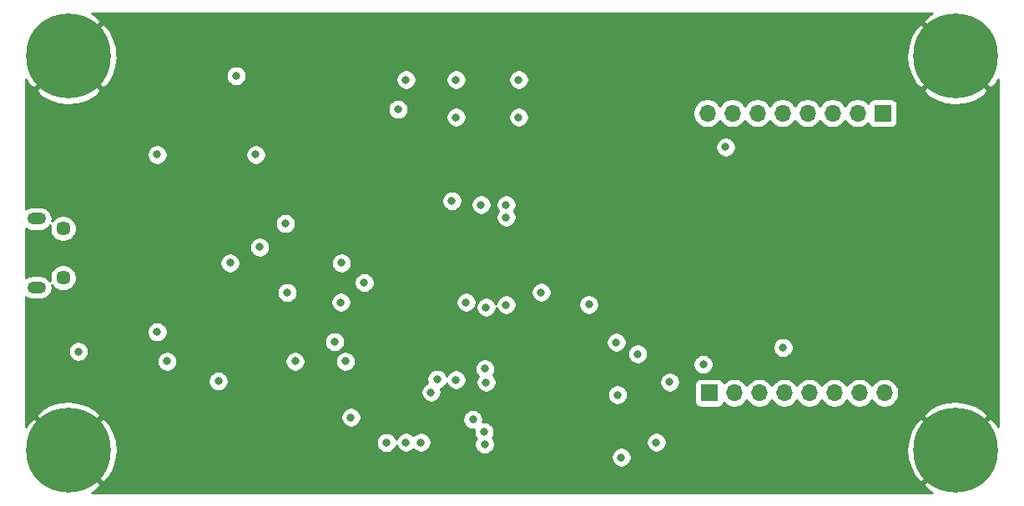
<source format=gbr>
%TF.GenerationSoftware,KiCad,Pcbnew,(5.1.9)-1*%
%TF.CreationDate,2021-03-29T12:12:37-04:00*%
%TF.ProjectId,EEG,4545472e-6b69-4636-9164-5f7063625858,rev?*%
%TF.SameCoordinates,Original*%
%TF.FileFunction,Copper,L3,Inr*%
%TF.FilePolarity,Positive*%
%FSLAX46Y46*%
G04 Gerber Fmt 4.6, Leading zero omitted, Abs format (unit mm)*
G04 Created by KiCad (PCBNEW (5.1.9)-1) date 2021-03-29 12:12:37*
%MOMM*%
%LPD*%
G01*
G04 APERTURE LIST*
%TA.AperFunction,ComponentPad*%
%ADD10C,0.900000*%
%TD*%
%TA.AperFunction,ComponentPad*%
%ADD11C,8.600000*%
%TD*%
%TA.AperFunction,ComponentPad*%
%ADD12C,1.450000*%
%TD*%
%TA.AperFunction,ComponentPad*%
%ADD13O,1.900000X1.200000*%
%TD*%
%TA.AperFunction,ComponentPad*%
%ADD14R,1.700000X1.700000*%
%TD*%
%TA.AperFunction,ComponentPad*%
%ADD15O,1.700000X1.700000*%
%TD*%
%TA.AperFunction,ViaPad*%
%ADD16C,0.800000*%
%TD*%
%TA.AperFunction,Conductor*%
%ADD17C,0.254000*%
%TD*%
%TA.AperFunction,Conductor*%
%ADD18C,0.100000*%
%TD*%
G04 APERTURE END LIST*
D10*
%TO.N,GND*%
%TO.C,H1*%
X110280419Y-67719581D03*
X108000000Y-66775000D03*
X105719581Y-67719581D03*
X104775000Y-70000000D03*
X105719581Y-72280419D03*
X108000000Y-73225000D03*
X110280419Y-72280419D03*
X111225000Y-70000000D03*
D11*
X108000000Y-70000000D03*
%TD*%
D12*
%TO.N,Net-(J1-Pad6)*%
%TO.C,J1*%
X107462500Y-87500000D03*
X107462500Y-92500000D03*
D13*
X104762500Y-86500000D03*
X104762500Y-93500000D03*
%TD*%
D10*
%TO.N,GND*%
%TO.C,H4*%
X110280419Y-107719581D03*
X108000000Y-106775000D03*
X105719581Y-107719581D03*
X104775000Y-110000000D03*
X105719581Y-112280419D03*
X108000000Y-113225000D03*
X110280419Y-112280419D03*
X111225000Y-110000000D03*
D11*
X108000000Y-110000000D03*
%TD*%
D10*
%TO.N,GND*%
%TO.C,H3*%
X200280419Y-67719581D03*
X198000000Y-66775000D03*
X195719581Y-67719581D03*
X194775000Y-70000000D03*
X195719581Y-72280419D03*
X198000000Y-73225000D03*
X200280419Y-72280419D03*
X201225000Y-70000000D03*
D11*
X198000000Y-70000000D03*
%TD*%
D10*
%TO.N,GND*%
%TO.C,H2*%
X200280419Y-107719581D03*
X198000000Y-106775000D03*
X195719581Y-107719581D03*
X194775000Y-110000000D03*
X195719581Y-112280419D03*
X198000000Y-113225000D03*
X200280419Y-112280419D03*
X201225000Y-110000000D03*
D11*
X198000000Y-110000000D03*
%TD*%
D14*
%TO.N,DIG4*%
%TO.C,J2*%
X173000000Y-104200000D03*
D15*
%TO.N,DIG6*%
X175540000Y-104200000D03*
%TO.N,SEGA*%
X178080000Y-104200000D03*
%TO.N,SEGB*%
X180620000Y-104200000D03*
%TO.N,DIG7*%
X183160000Y-104200000D03*
%TO.N,SEGD*%
X185700000Y-104200000D03*
%TO.N,DIG5*%
X188240000Y-104200000D03*
%TO.N,DIG2*%
X190780000Y-104200000D03*
%TD*%
%TO.N,SEGG*%
%TO.C,J3*%
X172820000Y-75800000D03*
%TO.N,SEGF*%
X175360000Y-75800000D03*
%TO.N,DIG1*%
X177900000Y-75800000D03*
%TO.N,SEGDP*%
X180440000Y-75800000D03*
%TO.N,DIG3*%
X182980000Y-75800000D03*
%TO.N,SEGE*%
X185520000Y-75800000D03*
%TO.N,SEGC*%
X188060000Y-75800000D03*
D14*
%TO.N,DIG0*%
X190600000Y-75800000D03*
%TD*%
D16*
%TO.N,GND*%
X110000000Y-93000000D03*
X116000000Y-103000000D03*
X117835680Y-99560380D03*
X114000000Y-107000000D03*
X122000000Y-113000000D03*
X123000000Y-107000000D03*
X134000000Y-113000000D03*
X133000000Y-106000000D03*
X129000000Y-106000000D03*
X125969669Y-96969669D03*
X128000000Y-91000000D03*
X114000000Y-75000000D03*
X119000000Y-72000000D03*
X130000000Y-75000000D03*
X138000000Y-81000000D03*
X117000000Y-77000000D03*
X144780000Y-74930000D03*
X144780000Y-72390000D03*
X151130000Y-74930000D03*
X151130000Y-72390000D03*
X156210000Y-76200000D03*
X156210000Y-72390000D03*
X157480000Y-88900000D03*
X140970000Y-95250000D03*
X142240000Y-102870000D03*
X164592000Y-108204000D03*
X150876000Y-113792000D03*
X143764000Y-112268000D03*
X142240000Y-112268000D03*
X154900000Y-113792000D03*
X118200000Y-90900000D03*
X147000000Y-90000000D03*
X148300000Y-90000000D03*
X145700000Y-90000000D03*
X145700000Y-91300000D03*
X147000000Y-91300000D03*
X148300000Y-91300000D03*
X145700000Y-88700000D03*
X147000000Y-88700000D03*
X148300000Y-88700000D03*
%TO.N,+3V3*%
X109000000Y-100000000D03*
X138000000Y-93000000D03*
X125000000Y-72000000D03*
X117000000Y-80000000D03*
X127000000Y-80000000D03*
X130000000Y-87000000D03*
X117000000Y-98000000D03*
X141437500Y-75397500D03*
X142240000Y-72390000D03*
X147320000Y-76200000D03*
X147320000Y-72390000D03*
X153670000Y-76200000D03*
X153670000Y-72390000D03*
X144780000Y-104140000D03*
X147320000Y-102870000D03*
X143764000Y-109220000D03*
X142240000Y-109220000D03*
X140250000Y-109250000D03*
X145400000Y-102800000D03*
%TO.N,EN*%
X135636000Y-94996000D03*
X136652000Y-106680000D03*
%TO.N,SEGDP*%
X150225000Y-109425000D03*
%TO.N,SEGB*%
X150250000Y-101750000D03*
X165750000Y-100250000D03*
%TO.N,SEGC*%
X149025000Y-106900000D03*
X174675000Y-79225000D03*
%TO.N,SEGE*%
X150175000Y-108175000D03*
X160800000Y-95225000D03*
%TO.N,SEGF*%
X150368000Y-95504000D03*
%TO.N,SEGG*%
X150368000Y-103124000D03*
%TO.N,DIG0*%
X164084000Y-110744000D03*
%TO.N,DIG1*%
X163576000Y-99060000D03*
%TO.N,DIG2*%
X172400000Y-101300000D03*
%TO.N,DIG3*%
X163700000Y-104400000D03*
%TO.N,DIG4*%
X167640000Y-109220000D03*
%TO.N,DIG7*%
X169000000Y-103100000D03*
X180500000Y-99600000D03*
%TO.N,Net-(Q1-Pad2)*%
X131000000Y-101000000D03*
X136100000Y-101000000D03*
%TO.N,IO0*%
X135000000Y-99000000D03*
X148336000Y-94996000D03*
%TO.N,Net-(Q2-Pad1)*%
X123200000Y-103000000D03*
X130200000Y-94000000D03*
%TO.N,TXD*%
X146900000Y-84700000D03*
X124400000Y-91000000D03*
%TO.N,RXD*%
X118000000Y-101000000D03*
X149860000Y-85090000D03*
%TO.N,Sclk*%
X152400000Y-86360000D03*
X152400000Y-95250000D03*
%TO.N,Data*%
X152404081Y-85094081D03*
X155956000Y-93980000D03*
%TO.N,Net-(D3-Pad2)*%
X135700000Y-91000000D03*
X127400000Y-89400000D03*
%TD*%
D17*
%TO.N,GND*%
X195301560Y-65839606D02*
X195188946Y-65914851D01*
X194696787Y-66517182D01*
X198000000Y-69820395D01*
X198014143Y-69806253D01*
X198193748Y-69985858D01*
X198179605Y-70000000D01*
X201482818Y-73303213D01*
X202085149Y-72811054D01*
X202340000Y-72349534D01*
X202340001Y-107648909D01*
X202160394Y-107301560D01*
X202085149Y-107188946D01*
X201482818Y-106696787D01*
X198179605Y-110000000D01*
X198193748Y-110014143D01*
X198014143Y-110193748D01*
X198000000Y-110179605D01*
X194696787Y-113482818D01*
X195188946Y-114085149D01*
X195650466Y-114340000D01*
X110351093Y-114340000D01*
X110698440Y-114160394D01*
X110811054Y-114085149D01*
X111303213Y-113482818D01*
X108000000Y-110179605D01*
X107985858Y-110193748D01*
X107806253Y-110014143D01*
X107820395Y-110000000D01*
X108179605Y-110000000D01*
X111482818Y-113303213D01*
X112085149Y-112811054D01*
X112555063Y-111960067D01*
X112849929Y-111033757D01*
X112893916Y-110642061D01*
X163049000Y-110642061D01*
X163049000Y-110845939D01*
X163088774Y-111045898D01*
X163166795Y-111234256D01*
X163280063Y-111403774D01*
X163424226Y-111547937D01*
X163593744Y-111661205D01*
X163782102Y-111739226D01*
X163982061Y-111779000D01*
X164185939Y-111779000D01*
X164385898Y-111739226D01*
X164574256Y-111661205D01*
X164743774Y-111547937D01*
X164887937Y-111403774D01*
X165001205Y-111234256D01*
X165079226Y-111045898D01*
X165119000Y-110845939D01*
X165119000Y-110642061D01*
X165079226Y-110442102D01*
X165001205Y-110253744D01*
X164887937Y-110084226D01*
X164743774Y-109940063D01*
X164574256Y-109826795D01*
X164385898Y-109748774D01*
X164185939Y-109709000D01*
X163982061Y-109709000D01*
X163782102Y-109748774D01*
X163593744Y-109826795D01*
X163424226Y-109940063D01*
X163280063Y-110084226D01*
X163166795Y-110253744D01*
X163088774Y-110442102D01*
X163049000Y-110642061D01*
X112893916Y-110642061D01*
X112958414Y-110067719D01*
X112880501Y-109148061D01*
X139215000Y-109148061D01*
X139215000Y-109351939D01*
X139254774Y-109551898D01*
X139332795Y-109740256D01*
X139446063Y-109909774D01*
X139590226Y-110053937D01*
X139759744Y-110167205D01*
X139948102Y-110245226D01*
X140148061Y-110285000D01*
X140351939Y-110285000D01*
X140551898Y-110245226D01*
X140740256Y-110167205D01*
X140909774Y-110053937D01*
X141053937Y-109909774D01*
X141167205Y-109740256D01*
X141245226Y-109551898D01*
X141249111Y-109532368D01*
X141322795Y-109710256D01*
X141436063Y-109879774D01*
X141580226Y-110023937D01*
X141749744Y-110137205D01*
X141938102Y-110215226D01*
X142138061Y-110255000D01*
X142341939Y-110255000D01*
X142541898Y-110215226D01*
X142730256Y-110137205D01*
X142899774Y-110023937D01*
X143002000Y-109921711D01*
X143104226Y-110023937D01*
X143273744Y-110137205D01*
X143462102Y-110215226D01*
X143662061Y-110255000D01*
X143865939Y-110255000D01*
X144065898Y-110215226D01*
X144254256Y-110137205D01*
X144423774Y-110023937D01*
X144567937Y-109879774D01*
X144681205Y-109710256D01*
X144759226Y-109521898D01*
X144799000Y-109321939D01*
X144799000Y-109118061D01*
X144759226Y-108918102D01*
X144681205Y-108729744D01*
X144567937Y-108560226D01*
X144423774Y-108416063D01*
X144254256Y-108302795D01*
X144065898Y-108224774D01*
X143865939Y-108185000D01*
X143662061Y-108185000D01*
X143462102Y-108224774D01*
X143273744Y-108302795D01*
X143104226Y-108416063D01*
X143002000Y-108518289D01*
X142899774Y-108416063D01*
X142730256Y-108302795D01*
X142541898Y-108224774D01*
X142341939Y-108185000D01*
X142138061Y-108185000D01*
X141938102Y-108224774D01*
X141749744Y-108302795D01*
X141580226Y-108416063D01*
X141436063Y-108560226D01*
X141322795Y-108729744D01*
X141244774Y-108918102D01*
X141240889Y-108937632D01*
X141167205Y-108759744D01*
X141053937Y-108590226D01*
X140909774Y-108446063D01*
X140740256Y-108332795D01*
X140551898Y-108254774D01*
X140351939Y-108215000D01*
X140148061Y-108215000D01*
X139948102Y-108254774D01*
X139759744Y-108332795D01*
X139590226Y-108446063D01*
X139446063Y-108590226D01*
X139332795Y-108759744D01*
X139254774Y-108948102D01*
X139215000Y-109148061D01*
X112880501Y-109148061D01*
X112876351Y-109099079D01*
X112606893Y-108165062D01*
X112160394Y-107301560D01*
X112085149Y-107188946D01*
X111482818Y-106696787D01*
X108179605Y-110000000D01*
X107820395Y-110000000D01*
X104517182Y-106696787D01*
X103914851Y-107188946D01*
X103660000Y-107650466D01*
X103660000Y-106517182D01*
X104696787Y-106517182D01*
X108000000Y-109820395D01*
X111242334Y-106578061D01*
X135617000Y-106578061D01*
X135617000Y-106781939D01*
X135656774Y-106981898D01*
X135734795Y-107170256D01*
X135848063Y-107339774D01*
X135992226Y-107483937D01*
X136161744Y-107597205D01*
X136350102Y-107675226D01*
X136550061Y-107715000D01*
X136753939Y-107715000D01*
X136953898Y-107675226D01*
X137142256Y-107597205D01*
X137311774Y-107483937D01*
X137455937Y-107339774D01*
X137569205Y-107170256D01*
X137647226Y-106981898D01*
X137683793Y-106798061D01*
X147990000Y-106798061D01*
X147990000Y-107001939D01*
X148029774Y-107201898D01*
X148107795Y-107390256D01*
X148221063Y-107559774D01*
X148365226Y-107703937D01*
X148534744Y-107817205D01*
X148723102Y-107895226D01*
X148923061Y-107935000D01*
X149126939Y-107935000D01*
X149169131Y-107926608D01*
X149140000Y-108073061D01*
X149140000Y-108276939D01*
X149179774Y-108476898D01*
X149257795Y-108665256D01*
X149371063Y-108834774D01*
X149373179Y-108836890D01*
X149307795Y-108934744D01*
X149229774Y-109123102D01*
X149190000Y-109323061D01*
X149190000Y-109526939D01*
X149229774Y-109726898D01*
X149307795Y-109915256D01*
X149421063Y-110084774D01*
X149565226Y-110228937D01*
X149734744Y-110342205D01*
X149923102Y-110420226D01*
X150123061Y-110460000D01*
X150326939Y-110460000D01*
X150526898Y-110420226D01*
X150715256Y-110342205D01*
X150884774Y-110228937D01*
X151028937Y-110084774D01*
X151142205Y-109915256D01*
X151220226Y-109726898D01*
X151260000Y-109526939D01*
X151260000Y-109323061D01*
X151220226Y-109123102D01*
X151218138Y-109118061D01*
X166605000Y-109118061D01*
X166605000Y-109321939D01*
X166644774Y-109521898D01*
X166722795Y-109710256D01*
X166836063Y-109879774D01*
X166980226Y-110023937D01*
X167149744Y-110137205D01*
X167338102Y-110215226D01*
X167538061Y-110255000D01*
X167741939Y-110255000D01*
X167941898Y-110215226D01*
X168130256Y-110137205D01*
X168299774Y-110023937D01*
X168391430Y-109932281D01*
X193041586Y-109932281D01*
X193123649Y-110900921D01*
X193393107Y-111834938D01*
X193839606Y-112698440D01*
X193914851Y-112811054D01*
X194517182Y-113303213D01*
X197820395Y-110000000D01*
X194517182Y-106696787D01*
X193914851Y-107188946D01*
X193444937Y-108039933D01*
X193150071Y-108966243D01*
X193041586Y-109932281D01*
X168391430Y-109932281D01*
X168443937Y-109879774D01*
X168557205Y-109710256D01*
X168635226Y-109521898D01*
X168675000Y-109321939D01*
X168675000Y-109118061D01*
X168635226Y-108918102D01*
X168557205Y-108729744D01*
X168443937Y-108560226D01*
X168299774Y-108416063D01*
X168130256Y-108302795D01*
X167941898Y-108224774D01*
X167741939Y-108185000D01*
X167538061Y-108185000D01*
X167338102Y-108224774D01*
X167149744Y-108302795D01*
X166980226Y-108416063D01*
X166836063Y-108560226D01*
X166722795Y-108729744D01*
X166644774Y-108918102D01*
X166605000Y-109118061D01*
X151218138Y-109118061D01*
X151142205Y-108934744D01*
X151028937Y-108765226D01*
X151026821Y-108763110D01*
X151092205Y-108665256D01*
X151170226Y-108476898D01*
X151210000Y-108276939D01*
X151210000Y-108073061D01*
X151170226Y-107873102D01*
X151092205Y-107684744D01*
X150978937Y-107515226D01*
X150834774Y-107371063D01*
X150665256Y-107257795D01*
X150476898Y-107179774D01*
X150276939Y-107140000D01*
X150073061Y-107140000D01*
X150030869Y-107148392D01*
X150060000Y-107001939D01*
X150060000Y-106798061D01*
X150020226Y-106598102D01*
X149986708Y-106517182D01*
X194696787Y-106517182D01*
X198000000Y-109820395D01*
X201303213Y-106517182D01*
X200811054Y-105914851D01*
X199960067Y-105444937D01*
X199033757Y-105150071D01*
X198067719Y-105041586D01*
X197099079Y-105123649D01*
X196165062Y-105393107D01*
X195301560Y-105839606D01*
X195188946Y-105914851D01*
X194696787Y-106517182D01*
X149986708Y-106517182D01*
X149942205Y-106409744D01*
X149828937Y-106240226D01*
X149684774Y-106096063D01*
X149515256Y-105982795D01*
X149326898Y-105904774D01*
X149126939Y-105865000D01*
X148923061Y-105865000D01*
X148723102Y-105904774D01*
X148534744Y-105982795D01*
X148365226Y-106096063D01*
X148221063Y-106240226D01*
X148107795Y-106409744D01*
X148029774Y-106598102D01*
X147990000Y-106798061D01*
X137683793Y-106798061D01*
X137687000Y-106781939D01*
X137687000Y-106578061D01*
X137647226Y-106378102D01*
X137569205Y-106189744D01*
X137455937Y-106020226D01*
X137311774Y-105876063D01*
X137142256Y-105762795D01*
X136953898Y-105684774D01*
X136753939Y-105645000D01*
X136550061Y-105645000D01*
X136350102Y-105684774D01*
X136161744Y-105762795D01*
X135992226Y-105876063D01*
X135848063Y-106020226D01*
X135734795Y-106189744D01*
X135656774Y-106378102D01*
X135617000Y-106578061D01*
X111242334Y-106578061D01*
X111303213Y-106517182D01*
X110811054Y-105914851D01*
X109960067Y-105444937D01*
X109033757Y-105150071D01*
X108067719Y-105041586D01*
X107099079Y-105123649D01*
X106165062Y-105393107D01*
X105301560Y-105839606D01*
X105188946Y-105914851D01*
X104696787Y-106517182D01*
X103660000Y-106517182D01*
X103660000Y-104038061D01*
X143745000Y-104038061D01*
X143745000Y-104241939D01*
X143784774Y-104441898D01*
X143862795Y-104630256D01*
X143976063Y-104799774D01*
X144120226Y-104943937D01*
X144289744Y-105057205D01*
X144478102Y-105135226D01*
X144678061Y-105175000D01*
X144881939Y-105175000D01*
X145081898Y-105135226D01*
X145270256Y-105057205D01*
X145439774Y-104943937D01*
X145583937Y-104799774D01*
X145697205Y-104630256D01*
X145775226Y-104441898D01*
X145803836Y-104298061D01*
X162665000Y-104298061D01*
X162665000Y-104501939D01*
X162704774Y-104701898D01*
X162782795Y-104890256D01*
X162896063Y-105059774D01*
X163040226Y-105203937D01*
X163209744Y-105317205D01*
X163398102Y-105395226D01*
X163598061Y-105435000D01*
X163801939Y-105435000D01*
X164001898Y-105395226D01*
X164190256Y-105317205D01*
X164359774Y-105203937D01*
X164503937Y-105059774D01*
X164617205Y-104890256D01*
X164695226Y-104701898D01*
X164735000Y-104501939D01*
X164735000Y-104298061D01*
X164695226Y-104098102D01*
X164617205Y-103909744D01*
X164503937Y-103740226D01*
X164359774Y-103596063D01*
X164190256Y-103482795D01*
X164001898Y-103404774D01*
X163801939Y-103365000D01*
X163598061Y-103365000D01*
X163398102Y-103404774D01*
X163209744Y-103482795D01*
X163040226Y-103596063D01*
X162896063Y-103740226D01*
X162782795Y-103909744D01*
X162704774Y-104098102D01*
X162665000Y-104298061D01*
X145803836Y-104298061D01*
X145815000Y-104241939D01*
X145815000Y-104038061D01*
X145775226Y-103838102D01*
X145749328Y-103775580D01*
X145890256Y-103717205D01*
X146059774Y-103603937D01*
X146203937Y-103459774D01*
X146317205Y-103290256D01*
X146345502Y-103221940D01*
X146402795Y-103360256D01*
X146516063Y-103529774D01*
X146660226Y-103673937D01*
X146829744Y-103787205D01*
X147018102Y-103865226D01*
X147218061Y-103905000D01*
X147421939Y-103905000D01*
X147621898Y-103865226D01*
X147810256Y-103787205D01*
X147979774Y-103673937D01*
X148123937Y-103529774D01*
X148237205Y-103360256D01*
X148315226Y-103171898D01*
X148355000Y-102971939D01*
X148355000Y-102768061D01*
X148315226Y-102568102D01*
X148237205Y-102379744D01*
X148123937Y-102210226D01*
X147979774Y-102066063D01*
X147810256Y-101952795D01*
X147621898Y-101874774D01*
X147421939Y-101835000D01*
X147218061Y-101835000D01*
X147018102Y-101874774D01*
X146829744Y-101952795D01*
X146660226Y-102066063D01*
X146516063Y-102210226D01*
X146402795Y-102379744D01*
X146374498Y-102448060D01*
X146317205Y-102309744D01*
X146203937Y-102140226D01*
X146059774Y-101996063D01*
X145890256Y-101882795D01*
X145701898Y-101804774D01*
X145501939Y-101765000D01*
X145298061Y-101765000D01*
X145098102Y-101804774D01*
X144909744Y-101882795D01*
X144740226Y-101996063D01*
X144596063Y-102140226D01*
X144482795Y-102309744D01*
X144404774Y-102498102D01*
X144365000Y-102698061D01*
X144365000Y-102901939D01*
X144404774Y-103101898D01*
X144430672Y-103164420D01*
X144289744Y-103222795D01*
X144120226Y-103336063D01*
X143976063Y-103480226D01*
X143862795Y-103649744D01*
X143784774Y-103838102D01*
X143745000Y-104038061D01*
X103660000Y-104038061D01*
X103660000Y-102898061D01*
X122165000Y-102898061D01*
X122165000Y-103101939D01*
X122204774Y-103301898D01*
X122282795Y-103490256D01*
X122396063Y-103659774D01*
X122540226Y-103803937D01*
X122709744Y-103917205D01*
X122898102Y-103995226D01*
X123098061Y-104035000D01*
X123301939Y-104035000D01*
X123501898Y-103995226D01*
X123690256Y-103917205D01*
X123859774Y-103803937D01*
X124003937Y-103659774D01*
X124117205Y-103490256D01*
X124195226Y-103301898D01*
X124235000Y-103101939D01*
X124235000Y-102898061D01*
X124195226Y-102698102D01*
X124117205Y-102509744D01*
X124003937Y-102340226D01*
X123859774Y-102196063D01*
X123690256Y-102082795D01*
X123501898Y-102004774D01*
X123301939Y-101965000D01*
X123098061Y-101965000D01*
X122898102Y-102004774D01*
X122709744Y-102082795D01*
X122540226Y-102196063D01*
X122396063Y-102340226D01*
X122282795Y-102509744D01*
X122204774Y-102698102D01*
X122165000Y-102898061D01*
X103660000Y-102898061D01*
X103660000Y-99898061D01*
X107965000Y-99898061D01*
X107965000Y-100101939D01*
X108004774Y-100301898D01*
X108082795Y-100490256D01*
X108196063Y-100659774D01*
X108340226Y-100803937D01*
X108509744Y-100917205D01*
X108698102Y-100995226D01*
X108898061Y-101035000D01*
X109101939Y-101035000D01*
X109301898Y-100995226D01*
X109490256Y-100917205D01*
X109518907Y-100898061D01*
X116965000Y-100898061D01*
X116965000Y-101101939D01*
X117004774Y-101301898D01*
X117082795Y-101490256D01*
X117196063Y-101659774D01*
X117340226Y-101803937D01*
X117509744Y-101917205D01*
X117698102Y-101995226D01*
X117898061Y-102035000D01*
X118101939Y-102035000D01*
X118301898Y-101995226D01*
X118490256Y-101917205D01*
X118659774Y-101803937D01*
X118803937Y-101659774D01*
X118917205Y-101490256D01*
X118995226Y-101301898D01*
X119035000Y-101101939D01*
X119035000Y-100898061D01*
X129965000Y-100898061D01*
X129965000Y-101101939D01*
X130004774Y-101301898D01*
X130082795Y-101490256D01*
X130196063Y-101659774D01*
X130340226Y-101803937D01*
X130509744Y-101917205D01*
X130698102Y-101995226D01*
X130898061Y-102035000D01*
X131101939Y-102035000D01*
X131301898Y-101995226D01*
X131490256Y-101917205D01*
X131659774Y-101803937D01*
X131803937Y-101659774D01*
X131917205Y-101490256D01*
X131995226Y-101301898D01*
X132035000Y-101101939D01*
X132035000Y-100898061D01*
X135065000Y-100898061D01*
X135065000Y-101101939D01*
X135104774Y-101301898D01*
X135182795Y-101490256D01*
X135296063Y-101659774D01*
X135440226Y-101803937D01*
X135609744Y-101917205D01*
X135798102Y-101995226D01*
X135998061Y-102035000D01*
X136201939Y-102035000D01*
X136401898Y-101995226D01*
X136590256Y-101917205D01*
X136759774Y-101803937D01*
X136903937Y-101659774D01*
X136911763Y-101648061D01*
X149215000Y-101648061D01*
X149215000Y-101851939D01*
X149254774Y-102051898D01*
X149332795Y-102240256D01*
X149446063Y-102409774D01*
X149538609Y-102502320D01*
X149450795Y-102633744D01*
X149372774Y-102822102D01*
X149333000Y-103022061D01*
X149333000Y-103225939D01*
X149372774Y-103425898D01*
X149450795Y-103614256D01*
X149564063Y-103783774D01*
X149708226Y-103927937D01*
X149877744Y-104041205D01*
X150066102Y-104119226D01*
X150266061Y-104159000D01*
X150469939Y-104159000D01*
X150669898Y-104119226D01*
X150858256Y-104041205D01*
X151027774Y-103927937D01*
X151171937Y-103783774D01*
X151285205Y-103614256D01*
X151363226Y-103425898D01*
X151403000Y-103225939D01*
X151403000Y-103022061D01*
X151398227Y-102998061D01*
X167965000Y-102998061D01*
X167965000Y-103201939D01*
X168004774Y-103401898D01*
X168082795Y-103590256D01*
X168196063Y-103759774D01*
X168340226Y-103903937D01*
X168509744Y-104017205D01*
X168698102Y-104095226D01*
X168898061Y-104135000D01*
X169101939Y-104135000D01*
X169301898Y-104095226D01*
X169490256Y-104017205D01*
X169659774Y-103903937D01*
X169803937Y-103759774D01*
X169917205Y-103590256D01*
X169995226Y-103401898D01*
X170005549Y-103350000D01*
X171511928Y-103350000D01*
X171511928Y-105050000D01*
X171524188Y-105174482D01*
X171560498Y-105294180D01*
X171619463Y-105404494D01*
X171698815Y-105501185D01*
X171795506Y-105580537D01*
X171905820Y-105639502D01*
X172025518Y-105675812D01*
X172150000Y-105688072D01*
X173850000Y-105688072D01*
X173974482Y-105675812D01*
X174094180Y-105639502D01*
X174204494Y-105580537D01*
X174301185Y-105501185D01*
X174380537Y-105404494D01*
X174439502Y-105294180D01*
X174461513Y-105221620D01*
X174593368Y-105353475D01*
X174836589Y-105515990D01*
X175106842Y-105627932D01*
X175393740Y-105685000D01*
X175686260Y-105685000D01*
X175973158Y-105627932D01*
X176243411Y-105515990D01*
X176486632Y-105353475D01*
X176693475Y-105146632D01*
X176810000Y-104972240D01*
X176926525Y-105146632D01*
X177133368Y-105353475D01*
X177376589Y-105515990D01*
X177646842Y-105627932D01*
X177933740Y-105685000D01*
X178226260Y-105685000D01*
X178513158Y-105627932D01*
X178783411Y-105515990D01*
X179026632Y-105353475D01*
X179233475Y-105146632D01*
X179350000Y-104972240D01*
X179466525Y-105146632D01*
X179673368Y-105353475D01*
X179916589Y-105515990D01*
X180186842Y-105627932D01*
X180473740Y-105685000D01*
X180766260Y-105685000D01*
X181053158Y-105627932D01*
X181323411Y-105515990D01*
X181566632Y-105353475D01*
X181773475Y-105146632D01*
X181890000Y-104972240D01*
X182006525Y-105146632D01*
X182213368Y-105353475D01*
X182456589Y-105515990D01*
X182726842Y-105627932D01*
X183013740Y-105685000D01*
X183306260Y-105685000D01*
X183593158Y-105627932D01*
X183863411Y-105515990D01*
X184106632Y-105353475D01*
X184313475Y-105146632D01*
X184430000Y-104972240D01*
X184546525Y-105146632D01*
X184753368Y-105353475D01*
X184996589Y-105515990D01*
X185266842Y-105627932D01*
X185553740Y-105685000D01*
X185846260Y-105685000D01*
X186133158Y-105627932D01*
X186403411Y-105515990D01*
X186646632Y-105353475D01*
X186853475Y-105146632D01*
X186970000Y-104972240D01*
X187086525Y-105146632D01*
X187293368Y-105353475D01*
X187536589Y-105515990D01*
X187806842Y-105627932D01*
X188093740Y-105685000D01*
X188386260Y-105685000D01*
X188673158Y-105627932D01*
X188943411Y-105515990D01*
X189186632Y-105353475D01*
X189393475Y-105146632D01*
X189510000Y-104972240D01*
X189626525Y-105146632D01*
X189833368Y-105353475D01*
X190076589Y-105515990D01*
X190346842Y-105627932D01*
X190633740Y-105685000D01*
X190926260Y-105685000D01*
X191213158Y-105627932D01*
X191483411Y-105515990D01*
X191726632Y-105353475D01*
X191933475Y-105146632D01*
X192095990Y-104903411D01*
X192207932Y-104633158D01*
X192265000Y-104346260D01*
X192265000Y-104053740D01*
X192207932Y-103766842D01*
X192095990Y-103496589D01*
X191933475Y-103253368D01*
X191726632Y-103046525D01*
X191483411Y-102884010D01*
X191213158Y-102772068D01*
X190926260Y-102715000D01*
X190633740Y-102715000D01*
X190346842Y-102772068D01*
X190076589Y-102884010D01*
X189833368Y-103046525D01*
X189626525Y-103253368D01*
X189510000Y-103427760D01*
X189393475Y-103253368D01*
X189186632Y-103046525D01*
X188943411Y-102884010D01*
X188673158Y-102772068D01*
X188386260Y-102715000D01*
X188093740Y-102715000D01*
X187806842Y-102772068D01*
X187536589Y-102884010D01*
X187293368Y-103046525D01*
X187086525Y-103253368D01*
X186970000Y-103427760D01*
X186853475Y-103253368D01*
X186646632Y-103046525D01*
X186403411Y-102884010D01*
X186133158Y-102772068D01*
X185846260Y-102715000D01*
X185553740Y-102715000D01*
X185266842Y-102772068D01*
X184996589Y-102884010D01*
X184753368Y-103046525D01*
X184546525Y-103253368D01*
X184430000Y-103427760D01*
X184313475Y-103253368D01*
X184106632Y-103046525D01*
X183863411Y-102884010D01*
X183593158Y-102772068D01*
X183306260Y-102715000D01*
X183013740Y-102715000D01*
X182726842Y-102772068D01*
X182456589Y-102884010D01*
X182213368Y-103046525D01*
X182006525Y-103253368D01*
X181890000Y-103427760D01*
X181773475Y-103253368D01*
X181566632Y-103046525D01*
X181323411Y-102884010D01*
X181053158Y-102772068D01*
X180766260Y-102715000D01*
X180473740Y-102715000D01*
X180186842Y-102772068D01*
X179916589Y-102884010D01*
X179673368Y-103046525D01*
X179466525Y-103253368D01*
X179350000Y-103427760D01*
X179233475Y-103253368D01*
X179026632Y-103046525D01*
X178783411Y-102884010D01*
X178513158Y-102772068D01*
X178226260Y-102715000D01*
X177933740Y-102715000D01*
X177646842Y-102772068D01*
X177376589Y-102884010D01*
X177133368Y-103046525D01*
X176926525Y-103253368D01*
X176810000Y-103427760D01*
X176693475Y-103253368D01*
X176486632Y-103046525D01*
X176243411Y-102884010D01*
X175973158Y-102772068D01*
X175686260Y-102715000D01*
X175393740Y-102715000D01*
X175106842Y-102772068D01*
X174836589Y-102884010D01*
X174593368Y-103046525D01*
X174461513Y-103178380D01*
X174439502Y-103105820D01*
X174380537Y-102995506D01*
X174301185Y-102898815D01*
X174204494Y-102819463D01*
X174094180Y-102760498D01*
X173974482Y-102724188D01*
X173850000Y-102711928D01*
X172150000Y-102711928D01*
X172025518Y-102724188D01*
X171905820Y-102760498D01*
X171795506Y-102819463D01*
X171698815Y-102898815D01*
X171619463Y-102995506D01*
X171560498Y-103105820D01*
X171524188Y-103225518D01*
X171511928Y-103350000D01*
X170005549Y-103350000D01*
X170035000Y-103201939D01*
X170035000Y-102998061D01*
X169995226Y-102798102D01*
X169917205Y-102609744D01*
X169803937Y-102440226D01*
X169659774Y-102296063D01*
X169490256Y-102182795D01*
X169301898Y-102104774D01*
X169101939Y-102065000D01*
X168898061Y-102065000D01*
X168698102Y-102104774D01*
X168509744Y-102182795D01*
X168340226Y-102296063D01*
X168196063Y-102440226D01*
X168082795Y-102609744D01*
X168004774Y-102798102D01*
X167965000Y-102998061D01*
X151398227Y-102998061D01*
X151363226Y-102822102D01*
X151285205Y-102633744D01*
X151171937Y-102464226D01*
X151079391Y-102371680D01*
X151167205Y-102240256D01*
X151245226Y-102051898D01*
X151285000Y-101851939D01*
X151285000Y-101648061D01*
X151245226Y-101448102D01*
X151167205Y-101259744D01*
X151053937Y-101090226D01*
X150909774Y-100946063D01*
X150740256Y-100832795D01*
X150551898Y-100754774D01*
X150351939Y-100715000D01*
X150148061Y-100715000D01*
X149948102Y-100754774D01*
X149759744Y-100832795D01*
X149590226Y-100946063D01*
X149446063Y-101090226D01*
X149332795Y-101259744D01*
X149254774Y-101448102D01*
X149215000Y-101648061D01*
X136911763Y-101648061D01*
X137017205Y-101490256D01*
X137095226Y-101301898D01*
X137135000Y-101101939D01*
X137135000Y-100898061D01*
X137095226Y-100698102D01*
X137017205Y-100509744D01*
X136903937Y-100340226D01*
X136759774Y-100196063D01*
X136687934Y-100148061D01*
X164715000Y-100148061D01*
X164715000Y-100351939D01*
X164754774Y-100551898D01*
X164832795Y-100740256D01*
X164946063Y-100909774D01*
X165090226Y-101053937D01*
X165259744Y-101167205D01*
X165448102Y-101245226D01*
X165648061Y-101285000D01*
X165851939Y-101285000D01*
X166051898Y-101245226D01*
X166165763Y-101198061D01*
X171365000Y-101198061D01*
X171365000Y-101401939D01*
X171404774Y-101601898D01*
X171482795Y-101790256D01*
X171596063Y-101959774D01*
X171740226Y-102103937D01*
X171909744Y-102217205D01*
X172098102Y-102295226D01*
X172298061Y-102335000D01*
X172501939Y-102335000D01*
X172701898Y-102295226D01*
X172890256Y-102217205D01*
X173059774Y-102103937D01*
X173203937Y-101959774D01*
X173317205Y-101790256D01*
X173395226Y-101601898D01*
X173435000Y-101401939D01*
X173435000Y-101198061D01*
X173395226Y-100998102D01*
X173317205Y-100809744D01*
X173203937Y-100640226D01*
X173059774Y-100496063D01*
X172890256Y-100382795D01*
X172701898Y-100304774D01*
X172501939Y-100265000D01*
X172298061Y-100265000D01*
X172098102Y-100304774D01*
X171909744Y-100382795D01*
X171740226Y-100496063D01*
X171596063Y-100640226D01*
X171482795Y-100809744D01*
X171404774Y-100998102D01*
X171365000Y-101198061D01*
X166165763Y-101198061D01*
X166240256Y-101167205D01*
X166409774Y-101053937D01*
X166553937Y-100909774D01*
X166667205Y-100740256D01*
X166745226Y-100551898D01*
X166785000Y-100351939D01*
X166785000Y-100148061D01*
X166745226Y-99948102D01*
X166667205Y-99759744D01*
X166553937Y-99590226D01*
X166461772Y-99498061D01*
X179465000Y-99498061D01*
X179465000Y-99701939D01*
X179504774Y-99901898D01*
X179582795Y-100090256D01*
X179696063Y-100259774D01*
X179840226Y-100403937D01*
X180009744Y-100517205D01*
X180198102Y-100595226D01*
X180398061Y-100635000D01*
X180601939Y-100635000D01*
X180801898Y-100595226D01*
X180990256Y-100517205D01*
X181159774Y-100403937D01*
X181303937Y-100259774D01*
X181417205Y-100090256D01*
X181495226Y-99901898D01*
X181535000Y-99701939D01*
X181535000Y-99498061D01*
X181495226Y-99298102D01*
X181417205Y-99109744D01*
X181303937Y-98940226D01*
X181159774Y-98796063D01*
X180990256Y-98682795D01*
X180801898Y-98604774D01*
X180601939Y-98565000D01*
X180398061Y-98565000D01*
X180198102Y-98604774D01*
X180009744Y-98682795D01*
X179840226Y-98796063D01*
X179696063Y-98940226D01*
X179582795Y-99109744D01*
X179504774Y-99298102D01*
X179465000Y-99498061D01*
X166461772Y-99498061D01*
X166409774Y-99446063D01*
X166240256Y-99332795D01*
X166051898Y-99254774D01*
X165851939Y-99215000D01*
X165648061Y-99215000D01*
X165448102Y-99254774D01*
X165259744Y-99332795D01*
X165090226Y-99446063D01*
X164946063Y-99590226D01*
X164832795Y-99759744D01*
X164754774Y-99948102D01*
X164715000Y-100148061D01*
X136687934Y-100148061D01*
X136590256Y-100082795D01*
X136401898Y-100004774D01*
X136201939Y-99965000D01*
X135998061Y-99965000D01*
X135798102Y-100004774D01*
X135609744Y-100082795D01*
X135440226Y-100196063D01*
X135296063Y-100340226D01*
X135182795Y-100509744D01*
X135104774Y-100698102D01*
X135065000Y-100898061D01*
X132035000Y-100898061D01*
X131995226Y-100698102D01*
X131917205Y-100509744D01*
X131803937Y-100340226D01*
X131659774Y-100196063D01*
X131490256Y-100082795D01*
X131301898Y-100004774D01*
X131101939Y-99965000D01*
X130898061Y-99965000D01*
X130698102Y-100004774D01*
X130509744Y-100082795D01*
X130340226Y-100196063D01*
X130196063Y-100340226D01*
X130082795Y-100509744D01*
X130004774Y-100698102D01*
X129965000Y-100898061D01*
X119035000Y-100898061D01*
X118995226Y-100698102D01*
X118917205Y-100509744D01*
X118803937Y-100340226D01*
X118659774Y-100196063D01*
X118490256Y-100082795D01*
X118301898Y-100004774D01*
X118101939Y-99965000D01*
X117898061Y-99965000D01*
X117698102Y-100004774D01*
X117509744Y-100082795D01*
X117340226Y-100196063D01*
X117196063Y-100340226D01*
X117082795Y-100509744D01*
X117004774Y-100698102D01*
X116965000Y-100898061D01*
X109518907Y-100898061D01*
X109659774Y-100803937D01*
X109803937Y-100659774D01*
X109917205Y-100490256D01*
X109995226Y-100301898D01*
X110035000Y-100101939D01*
X110035000Y-99898061D01*
X109995226Y-99698102D01*
X109917205Y-99509744D01*
X109803937Y-99340226D01*
X109659774Y-99196063D01*
X109490256Y-99082795D01*
X109301898Y-99004774D01*
X109101939Y-98965000D01*
X108898061Y-98965000D01*
X108698102Y-99004774D01*
X108509744Y-99082795D01*
X108340226Y-99196063D01*
X108196063Y-99340226D01*
X108082795Y-99509744D01*
X108004774Y-99698102D01*
X107965000Y-99898061D01*
X103660000Y-99898061D01*
X103660000Y-97898061D01*
X115965000Y-97898061D01*
X115965000Y-98101939D01*
X116004774Y-98301898D01*
X116082795Y-98490256D01*
X116196063Y-98659774D01*
X116340226Y-98803937D01*
X116509744Y-98917205D01*
X116698102Y-98995226D01*
X116898061Y-99035000D01*
X117101939Y-99035000D01*
X117301898Y-98995226D01*
X117490256Y-98917205D01*
X117518907Y-98898061D01*
X133965000Y-98898061D01*
X133965000Y-99101939D01*
X134004774Y-99301898D01*
X134082795Y-99490256D01*
X134196063Y-99659774D01*
X134340226Y-99803937D01*
X134509744Y-99917205D01*
X134698102Y-99995226D01*
X134898061Y-100035000D01*
X135101939Y-100035000D01*
X135301898Y-99995226D01*
X135490256Y-99917205D01*
X135659774Y-99803937D01*
X135803937Y-99659774D01*
X135917205Y-99490256D01*
X135995226Y-99301898D01*
X136035000Y-99101939D01*
X136035000Y-98958061D01*
X162541000Y-98958061D01*
X162541000Y-99161939D01*
X162580774Y-99361898D01*
X162658795Y-99550256D01*
X162772063Y-99719774D01*
X162916226Y-99863937D01*
X163085744Y-99977205D01*
X163274102Y-100055226D01*
X163474061Y-100095000D01*
X163677939Y-100095000D01*
X163877898Y-100055226D01*
X164066256Y-99977205D01*
X164235774Y-99863937D01*
X164379937Y-99719774D01*
X164493205Y-99550256D01*
X164571226Y-99361898D01*
X164611000Y-99161939D01*
X164611000Y-98958061D01*
X164571226Y-98758102D01*
X164493205Y-98569744D01*
X164379937Y-98400226D01*
X164235774Y-98256063D01*
X164066256Y-98142795D01*
X163877898Y-98064774D01*
X163677939Y-98025000D01*
X163474061Y-98025000D01*
X163274102Y-98064774D01*
X163085744Y-98142795D01*
X162916226Y-98256063D01*
X162772063Y-98400226D01*
X162658795Y-98569744D01*
X162580774Y-98758102D01*
X162541000Y-98958061D01*
X136035000Y-98958061D01*
X136035000Y-98898061D01*
X135995226Y-98698102D01*
X135917205Y-98509744D01*
X135803937Y-98340226D01*
X135659774Y-98196063D01*
X135490256Y-98082795D01*
X135301898Y-98004774D01*
X135101939Y-97965000D01*
X134898061Y-97965000D01*
X134698102Y-98004774D01*
X134509744Y-98082795D01*
X134340226Y-98196063D01*
X134196063Y-98340226D01*
X134082795Y-98509744D01*
X134004774Y-98698102D01*
X133965000Y-98898061D01*
X117518907Y-98898061D01*
X117659774Y-98803937D01*
X117803937Y-98659774D01*
X117917205Y-98490256D01*
X117995226Y-98301898D01*
X118035000Y-98101939D01*
X118035000Y-97898061D01*
X117995226Y-97698102D01*
X117917205Y-97509744D01*
X117803937Y-97340226D01*
X117659774Y-97196063D01*
X117490256Y-97082795D01*
X117301898Y-97004774D01*
X117101939Y-96965000D01*
X116898061Y-96965000D01*
X116698102Y-97004774D01*
X116509744Y-97082795D01*
X116340226Y-97196063D01*
X116196063Y-97340226D01*
X116082795Y-97509744D01*
X116004774Y-97698102D01*
X115965000Y-97898061D01*
X103660000Y-97898061D01*
X103660000Y-94480088D01*
X103723051Y-94531833D01*
X103937599Y-94646511D01*
X104170398Y-94717130D01*
X104351835Y-94735000D01*
X105173165Y-94735000D01*
X105354602Y-94717130D01*
X105587401Y-94646511D01*
X105801949Y-94531833D01*
X105990002Y-94377502D01*
X106144333Y-94189449D01*
X106259011Y-93974901D01*
X106282320Y-93898061D01*
X129165000Y-93898061D01*
X129165000Y-94101939D01*
X129204774Y-94301898D01*
X129282795Y-94490256D01*
X129396063Y-94659774D01*
X129540226Y-94803937D01*
X129709744Y-94917205D01*
X129898102Y-94995226D01*
X130098061Y-95035000D01*
X130301939Y-95035000D01*
X130501898Y-94995226D01*
X130690256Y-94917205D01*
X130724893Y-94894061D01*
X134601000Y-94894061D01*
X134601000Y-95097939D01*
X134640774Y-95297898D01*
X134718795Y-95486256D01*
X134832063Y-95655774D01*
X134976226Y-95799937D01*
X135145744Y-95913205D01*
X135334102Y-95991226D01*
X135534061Y-96031000D01*
X135737939Y-96031000D01*
X135937898Y-95991226D01*
X136126256Y-95913205D01*
X136295774Y-95799937D01*
X136439937Y-95655774D01*
X136553205Y-95486256D01*
X136631226Y-95297898D01*
X136671000Y-95097939D01*
X136671000Y-94894061D01*
X147301000Y-94894061D01*
X147301000Y-95097939D01*
X147340774Y-95297898D01*
X147418795Y-95486256D01*
X147532063Y-95655774D01*
X147676226Y-95799937D01*
X147845744Y-95913205D01*
X148034102Y-95991226D01*
X148234061Y-96031000D01*
X148437939Y-96031000D01*
X148637898Y-95991226D01*
X148826256Y-95913205D01*
X148995774Y-95799937D01*
X149139937Y-95655774D01*
X149253205Y-95486256D01*
X149288079Y-95402061D01*
X149333000Y-95402061D01*
X149333000Y-95605939D01*
X149372774Y-95805898D01*
X149450795Y-95994256D01*
X149564063Y-96163774D01*
X149708226Y-96307937D01*
X149877744Y-96421205D01*
X150066102Y-96499226D01*
X150266061Y-96539000D01*
X150469939Y-96539000D01*
X150669898Y-96499226D01*
X150858256Y-96421205D01*
X151027774Y-96307937D01*
X151171937Y-96163774D01*
X151285205Y-95994256D01*
X151363226Y-95805898D01*
X151403000Y-95605939D01*
X151403000Y-95542979D01*
X151404774Y-95551898D01*
X151482795Y-95740256D01*
X151596063Y-95909774D01*
X151740226Y-96053937D01*
X151909744Y-96167205D01*
X152098102Y-96245226D01*
X152298061Y-96285000D01*
X152501939Y-96285000D01*
X152701898Y-96245226D01*
X152890256Y-96167205D01*
X153059774Y-96053937D01*
X153203937Y-95909774D01*
X153317205Y-95740256D01*
X153395226Y-95551898D01*
X153435000Y-95351939D01*
X153435000Y-95148061D01*
X153430028Y-95123061D01*
X159765000Y-95123061D01*
X159765000Y-95326939D01*
X159804774Y-95526898D01*
X159882795Y-95715256D01*
X159996063Y-95884774D01*
X160140226Y-96028937D01*
X160309744Y-96142205D01*
X160498102Y-96220226D01*
X160698061Y-96260000D01*
X160901939Y-96260000D01*
X161101898Y-96220226D01*
X161290256Y-96142205D01*
X161459774Y-96028937D01*
X161603937Y-95884774D01*
X161717205Y-95715256D01*
X161795226Y-95526898D01*
X161835000Y-95326939D01*
X161835000Y-95123061D01*
X161795226Y-94923102D01*
X161717205Y-94734744D01*
X161603937Y-94565226D01*
X161459774Y-94421063D01*
X161290256Y-94307795D01*
X161101898Y-94229774D01*
X160901939Y-94190000D01*
X160698061Y-94190000D01*
X160498102Y-94229774D01*
X160309744Y-94307795D01*
X160140226Y-94421063D01*
X159996063Y-94565226D01*
X159882795Y-94734744D01*
X159804774Y-94923102D01*
X159765000Y-95123061D01*
X153430028Y-95123061D01*
X153395226Y-94948102D01*
X153317205Y-94759744D01*
X153203937Y-94590226D01*
X153059774Y-94446063D01*
X152890256Y-94332795D01*
X152701898Y-94254774D01*
X152501939Y-94215000D01*
X152298061Y-94215000D01*
X152098102Y-94254774D01*
X151909744Y-94332795D01*
X151740226Y-94446063D01*
X151596063Y-94590226D01*
X151482795Y-94759744D01*
X151404774Y-94948102D01*
X151365000Y-95148061D01*
X151365000Y-95211021D01*
X151363226Y-95202102D01*
X151285205Y-95013744D01*
X151171937Y-94844226D01*
X151027774Y-94700063D01*
X150858256Y-94586795D01*
X150669898Y-94508774D01*
X150469939Y-94469000D01*
X150266061Y-94469000D01*
X150066102Y-94508774D01*
X149877744Y-94586795D01*
X149708226Y-94700063D01*
X149564063Y-94844226D01*
X149450795Y-95013744D01*
X149372774Y-95202102D01*
X149333000Y-95402061D01*
X149288079Y-95402061D01*
X149331226Y-95297898D01*
X149371000Y-95097939D01*
X149371000Y-94894061D01*
X149331226Y-94694102D01*
X149253205Y-94505744D01*
X149139937Y-94336226D01*
X148995774Y-94192063D01*
X148826256Y-94078795D01*
X148637898Y-94000774D01*
X148437939Y-93961000D01*
X148234061Y-93961000D01*
X148034102Y-94000774D01*
X147845744Y-94078795D01*
X147676226Y-94192063D01*
X147532063Y-94336226D01*
X147418795Y-94505744D01*
X147340774Y-94694102D01*
X147301000Y-94894061D01*
X136671000Y-94894061D01*
X136631226Y-94694102D01*
X136553205Y-94505744D01*
X136439937Y-94336226D01*
X136295774Y-94192063D01*
X136126256Y-94078795D01*
X135937898Y-94000774D01*
X135737939Y-93961000D01*
X135534061Y-93961000D01*
X135334102Y-94000774D01*
X135145744Y-94078795D01*
X134976226Y-94192063D01*
X134832063Y-94336226D01*
X134718795Y-94505744D01*
X134640774Y-94694102D01*
X134601000Y-94894061D01*
X130724893Y-94894061D01*
X130859774Y-94803937D01*
X131003937Y-94659774D01*
X131117205Y-94490256D01*
X131195226Y-94301898D01*
X131235000Y-94101939D01*
X131235000Y-93898061D01*
X131195226Y-93698102D01*
X131117205Y-93509744D01*
X131003937Y-93340226D01*
X130859774Y-93196063D01*
X130690256Y-93082795D01*
X130501898Y-93004774D01*
X130301939Y-92965000D01*
X130098061Y-92965000D01*
X129898102Y-93004774D01*
X129709744Y-93082795D01*
X129540226Y-93196063D01*
X129396063Y-93340226D01*
X129282795Y-93509744D01*
X129204774Y-93698102D01*
X129165000Y-93898061D01*
X106282320Y-93898061D01*
X106329630Y-93742102D01*
X106353475Y-93500000D01*
X106329630Y-93257898D01*
X106326617Y-93247965D01*
X106406119Y-93366949D01*
X106595551Y-93556381D01*
X106818299Y-93705216D01*
X107065803Y-93807736D01*
X107328552Y-93860000D01*
X107596448Y-93860000D01*
X107859197Y-93807736D01*
X108106701Y-93705216D01*
X108329449Y-93556381D01*
X108518881Y-93366949D01*
X108667716Y-93144201D01*
X108769671Y-92898061D01*
X136965000Y-92898061D01*
X136965000Y-93101939D01*
X137004774Y-93301898D01*
X137082795Y-93490256D01*
X137196063Y-93659774D01*
X137340226Y-93803937D01*
X137509744Y-93917205D01*
X137698102Y-93995226D01*
X137898061Y-94035000D01*
X138101939Y-94035000D01*
X138301898Y-93995226D01*
X138490256Y-93917205D01*
X138548839Y-93878061D01*
X154921000Y-93878061D01*
X154921000Y-94081939D01*
X154960774Y-94281898D01*
X155038795Y-94470256D01*
X155152063Y-94639774D01*
X155296226Y-94783937D01*
X155465744Y-94897205D01*
X155654102Y-94975226D01*
X155854061Y-95015000D01*
X156057939Y-95015000D01*
X156257898Y-94975226D01*
X156446256Y-94897205D01*
X156615774Y-94783937D01*
X156759937Y-94639774D01*
X156873205Y-94470256D01*
X156951226Y-94281898D01*
X156991000Y-94081939D01*
X156991000Y-93878061D01*
X156951226Y-93678102D01*
X156873205Y-93489744D01*
X156759937Y-93320226D01*
X156615774Y-93176063D01*
X156446256Y-93062795D01*
X156257898Y-92984774D01*
X156057939Y-92945000D01*
X155854061Y-92945000D01*
X155654102Y-92984774D01*
X155465744Y-93062795D01*
X155296226Y-93176063D01*
X155152063Y-93320226D01*
X155038795Y-93489744D01*
X154960774Y-93678102D01*
X154921000Y-93878061D01*
X138548839Y-93878061D01*
X138659774Y-93803937D01*
X138803937Y-93659774D01*
X138917205Y-93490256D01*
X138995226Y-93301898D01*
X139035000Y-93101939D01*
X139035000Y-92898061D01*
X138995226Y-92698102D01*
X138917205Y-92509744D01*
X138803937Y-92340226D01*
X138659774Y-92196063D01*
X138490256Y-92082795D01*
X138301898Y-92004774D01*
X138101939Y-91965000D01*
X137898061Y-91965000D01*
X137698102Y-92004774D01*
X137509744Y-92082795D01*
X137340226Y-92196063D01*
X137196063Y-92340226D01*
X137082795Y-92509744D01*
X137004774Y-92698102D01*
X136965000Y-92898061D01*
X108769671Y-92898061D01*
X108770236Y-92896697D01*
X108822500Y-92633948D01*
X108822500Y-92366052D01*
X108770236Y-92103303D01*
X108667716Y-91855799D01*
X108518881Y-91633051D01*
X108329449Y-91443619D01*
X108106701Y-91294784D01*
X107859197Y-91192264D01*
X107596448Y-91140000D01*
X107328552Y-91140000D01*
X107065803Y-91192264D01*
X106818299Y-91294784D01*
X106595551Y-91443619D01*
X106406119Y-91633051D01*
X106257284Y-91855799D01*
X106154764Y-92103303D01*
X106102500Y-92366052D01*
X106102500Y-92633948D01*
X106135484Y-92799768D01*
X105990002Y-92622498D01*
X105801949Y-92468167D01*
X105587401Y-92353489D01*
X105354602Y-92282870D01*
X105173165Y-92265000D01*
X104351835Y-92265000D01*
X104170398Y-92282870D01*
X103937599Y-92353489D01*
X103723051Y-92468167D01*
X103660000Y-92519912D01*
X103660000Y-90898061D01*
X123365000Y-90898061D01*
X123365000Y-91101939D01*
X123404774Y-91301898D01*
X123482795Y-91490256D01*
X123596063Y-91659774D01*
X123740226Y-91803937D01*
X123909744Y-91917205D01*
X124098102Y-91995226D01*
X124298061Y-92035000D01*
X124501939Y-92035000D01*
X124701898Y-91995226D01*
X124890256Y-91917205D01*
X125059774Y-91803937D01*
X125203937Y-91659774D01*
X125317205Y-91490256D01*
X125395226Y-91301898D01*
X125435000Y-91101939D01*
X125435000Y-90898061D01*
X134665000Y-90898061D01*
X134665000Y-91101939D01*
X134704774Y-91301898D01*
X134782795Y-91490256D01*
X134896063Y-91659774D01*
X135040226Y-91803937D01*
X135209744Y-91917205D01*
X135398102Y-91995226D01*
X135598061Y-92035000D01*
X135801939Y-92035000D01*
X136001898Y-91995226D01*
X136190256Y-91917205D01*
X136359774Y-91803937D01*
X136503937Y-91659774D01*
X136617205Y-91490256D01*
X136695226Y-91301898D01*
X136735000Y-91101939D01*
X136735000Y-90898061D01*
X136695226Y-90698102D01*
X136617205Y-90509744D01*
X136503937Y-90340226D01*
X136359774Y-90196063D01*
X136190256Y-90082795D01*
X136001898Y-90004774D01*
X135801939Y-89965000D01*
X135598061Y-89965000D01*
X135398102Y-90004774D01*
X135209744Y-90082795D01*
X135040226Y-90196063D01*
X134896063Y-90340226D01*
X134782795Y-90509744D01*
X134704774Y-90698102D01*
X134665000Y-90898061D01*
X125435000Y-90898061D01*
X125395226Y-90698102D01*
X125317205Y-90509744D01*
X125203937Y-90340226D01*
X125059774Y-90196063D01*
X124890256Y-90082795D01*
X124701898Y-90004774D01*
X124501939Y-89965000D01*
X124298061Y-89965000D01*
X124098102Y-90004774D01*
X123909744Y-90082795D01*
X123740226Y-90196063D01*
X123596063Y-90340226D01*
X123482795Y-90509744D01*
X123404774Y-90698102D01*
X123365000Y-90898061D01*
X103660000Y-90898061D01*
X103660000Y-89298061D01*
X126365000Y-89298061D01*
X126365000Y-89501939D01*
X126404774Y-89701898D01*
X126482795Y-89890256D01*
X126596063Y-90059774D01*
X126740226Y-90203937D01*
X126909744Y-90317205D01*
X127098102Y-90395226D01*
X127298061Y-90435000D01*
X127501939Y-90435000D01*
X127701898Y-90395226D01*
X127890256Y-90317205D01*
X128059774Y-90203937D01*
X128203937Y-90059774D01*
X128317205Y-89890256D01*
X128395226Y-89701898D01*
X128435000Y-89501939D01*
X128435000Y-89298061D01*
X128395226Y-89098102D01*
X128317205Y-88909744D01*
X128203937Y-88740226D01*
X128059774Y-88596063D01*
X127890256Y-88482795D01*
X127701898Y-88404774D01*
X127501939Y-88365000D01*
X127298061Y-88365000D01*
X127098102Y-88404774D01*
X126909744Y-88482795D01*
X126740226Y-88596063D01*
X126596063Y-88740226D01*
X126482795Y-88909744D01*
X126404774Y-89098102D01*
X126365000Y-89298061D01*
X103660000Y-89298061D01*
X103660000Y-87480088D01*
X103723051Y-87531833D01*
X103937599Y-87646511D01*
X104170398Y-87717130D01*
X104351835Y-87735000D01*
X105173165Y-87735000D01*
X105354602Y-87717130D01*
X105587401Y-87646511D01*
X105801949Y-87531833D01*
X105990002Y-87377502D01*
X106135484Y-87200232D01*
X106102500Y-87366052D01*
X106102500Y-87633948D01*
X106154764Y-87896697D01*
X106257284Y-88144201D01*
X106406119Y-88366949D01*
X106595551Y-88556381D01*
X106818299Y-88705216D01*
X107065803Y-88807736D01*
X107328552Y-88860000D01*
X107596448Y-88860000D01*
X107859197Y-88807736D01*
X108106701Y-88705216D01*
X108329449Y-88556381D01*
X108518881Y-88366949D01*
X108667716Y-88144201D01*
X108770236Y-87896697D01*
X108822500Y-87633948D01*
X108822500Y-87366052D01*
X108770236Y-87103303D01*
X108685222Y-86898061D01*
X128965000Y-86898061D01*
X128965000Y-87101939D01*
X129004774Y-87301898D01*
X129082795Y-87490256D01*
X129196063Y-87659774D01*
X129340226Y-87803937D01*
X129509744Y-87917205D01*
X129698102Y-87995226D01*
X129898061Y-88035000D01*
X130101939Y-88035000D01*
X130301898Y-87995226D01*
X130490256Y-87917205D01*
X130659774Y-87803937D01*
X130803937Y-87659774D01*
X130917205Y-87490256D01*
X130995226Y-87301898D01*
X131035000Y-87101939D01*
X131035000Y-86898061D01*
X130995226Y-86698102D01*
X130917205Y-86509744D01*
X130803937Y-86340226D01*
X130721772Y-86258061D01*
X151365000Y-86258061D01*
X151365000Y-86461939D01*
X151404774Y-86661898D01*
X151482795Y-86850256D01*
X151596063Y-87019774D01*
X151740226Y-87163937D01*
X151909744Y-87277205D01*
X152098102Y-87355226D01*
X152298061Y-87395000D01*
X152501939Y-87395000D01*
X152701898Y-87355226D01*
X152890256Y-87277205D01*
X153059774Y-87163937D01*
X153203937Y-87019774D01*
X153317205Y-86850256D01*
X153395226Y-86661898D01*
X153435000Y-86461939D01*
X153435000Y-86258061D01*
X153395226Y-86058102D01*
X153317205Y-85869744D01*
X153223894Y-85730094D01*
X153321286Y-85584337D01*
X153399307Y-85395979D01*
X153439081Y-85196020D01*
X153439081Y-84992142D01*
X153399307Y-84792183D01*
X153321286Y-84603825D01*
X153208018Y-84434307D01*
X153063855Y-84290144D01*
X152894337Y-84176876D01*
X152705979Y-84098855D01*
X152506020Y-84059081D01*
X152302142Y-84059081D01*
X152102183Y-84098855D01*
X151913825Y-84176876D01*
X151744307Y-84290144D01*
X151600144Y-84434307D01*
X151486876Y-84603825D01*
X151408855Y-84792183D01*
X151369081Y-84992142D01*
X151369081Y-85196020D01*
X151408855Y-85395979D01*
X151486876Y-85584337D01*
X151580187Y-85723987D01*
X151482795Y-85869744D01*
X151404774Y-86058102D01*
X151365000Y-86258061D01*
X130721772Y-86258061D01*
X130659774Y-86196063D01*
X130490256Y-86082795D01*
X130301898Y-86004774D01*
X130101939Y-85965000D01*
X129898061Y-85965000D01*
X129698102Y-86004774D01*
X129509744Y-86082795D01*
X129340226Y-86196063D01*
X129196063Y-86340226D01*
X129082795Y-86509744D01*
X129004774Y-86698102D01*
X128965000Y-86898061D01*
X108685222Y-86898061D01*
X108667716Y-86855799D01*
X108518881Y-86633051D01*
X108329449Y-86443619D01*
X108106701Y-86294784D01*
X107859197Y-86192264D01*
X107596448Y-86140000D01*
X107328552Y-86140000D01*
X107065803Y-86192264D01*
X106818299Y-86294784D01*
X106595551Y-86443619D01*
X106406119Y-86633051D01*
X106326617Y-86752035D01*
X106329630Y-86742102D01*
X106353475Y-86500000D01*
X106329630Y-86257898D01*
X106259011Y-86025099D01*
X106144333Y-85810551D01*
X105990002Y-85622498D01*
X105801949Y-85468167D01*
X105587401Y-85353489D01*
X105354602Y-85282870D01*
X105173165Y-85265000D01*
X104351835Y-85265000D01*
X104170398Y-85282870D01*
X103937599Y-85353489D01*
X103723051Y-85468167D01*
X103660000Y-85519912D01*
X103660000Y-84598061D01*
X145865000Y-84598061D01*
X145865000Y-84801939D01*
X145904774Y-85001898D01*
X145982795Y-85190256D01*
X146096063Y-85359774D01*
X146240226Y-85503937D01*
X146409744Y-85617205D01*
X146598102Y-85695226D01*
X146798061Y-85735000D01*
X147001939Y-85735000D01*
X147201898Y-85695226D01*
X147390256Y-85617205D01*
X147559774Y-85503937D01*
X147703937Y-85359774D01*
X147817205Y-85190256D01*
X147895226Y-85001898D01*
X147897978Y-84988061D01*
X148825000Y-84988061D01*
X148825000Y-85191939D01*
X148864774Y-85391898D01*
X148942795Y-85580256D01*
X149056063Y-85749774D01*
X149200226Y-85893937D01*
X149369744Y-86007205D01*
X149558102Y-86085226D01*
X149758061Y-86125000D01*
X149961939Y-86125000D01*
X150161898Y-86085226D01*
X150350256Y-86007205D01*
X150519774Y-85893937D01*
X150663937Y-85749774D01*
X150777205Y-85580256D01*
X150855226Y-85391898D01*
X150895000Y-85191939D01*
X150895000Y-84988061D01*
X150855226Y-84788102D01*
X150777205Y-84599744D01*
X150663937Y-84430226D01*
X150519774Y-84286063D01*
X150350256Y-84172795D01*
X150161898Y-84094774D01*
X149961939Y-84055000D01*
X149758061Y-84055000D01*
X149558102Y-84094774D01*
X149369744Y-84172795D01*
X149200226Y-84286063D01*
X149056063Y-84430226D01*
X148942795Y-84599744D01*
X148864774Y-84788102D01*
X148825000Y-84988061D01*
X147897978Y-84988061D01*
X147935000Y-84801939D01*
X147935000Y-84598061D01*
X147895226Y-84398102D01*
X147817205Y-84209744D01*
X147703937Y-84040226D01*
X147559774Y-83896063D01*
X147390256Y-83782795D01*
X147201898Y-83704774D01*
X147001939Y-83665000D01*
X146798061Y-83665000D01*
X146598102Y-83704774D01*
X146409744Y-83782795D01*
X146240226Y-83896063D01*
X146096063Y-84040226D01*
X145982795Y-84209744D01*
X145904774Y-84398102D01*
X145865000Y-84598061D01*
X103660000Y-84598061D01*
X103660000Y-79898061D01*
X115965000Y-79898061D01*
X115965000Y-80101939D01*
X116004774Y-80301898D01*
X116082795Y-80490256D01*
X116196063Y-80659774D01*
X116340226Y-80803937D01*
X116509744Y-80917205D01*
X116698102Y-80995226D01*
X116898061Y-81035000D01*
X117101939Y-81035000D01*
X117301898Y-80995226D01*
X117490256Y-80917205D01*
X117659774Y-80803937D01*
X117803937Y-80659774D01*
X117917205Y-80490256D01*
X117995226Y-80301898D01*
X118035000Y-80101939D01*
X118035000Y-79898061D01*
X125965000Y-79898061D01*
X125965000Y-80101939D01*
X126004774Y-80301898D01*
X126082795Y-80490256D01*
X126196063Y-80659774D01*
X126340226Y-80803937D01*
X126509744Y-80917205D01*
X126698102Y-80995226D01*
X126898061Y-81035000D01*
X127101939Y-81035000D01*
X127301898Y-80995226D01*
X127490256Y-80917205D01*
X127659774Y-80803937D01*
X127803937Y-80659774D01*
X127917205Y-80490256D01*
X127995226Y-80301898D01*
X128035000Y-80101939D01*
X128035000Y-79898061D01*
X127995226Y-79698102D01*
X127917205Y-79509744D01*
X127803937Y-79340226D01*
X127659774Y-79196063D01*
X127550519Y-79123061D01*
X173640000Y-79123061D01*
X173640000Y-79326939D01*
X173679774Y-79526898D01*
X173757795Y-79715256D01*
X173871063Y-79884774D01*
X174015226Y-80028937D01*
X174184744Y-80142205D01*
X174373102Y-80220226D01*
X174573061Y-80260000D01*
X174776939Y-80260000D01*
X174976898Y-80220226D01*
X175165256Y-80142205D01*
X175334774Y-80028937D01*
X175478937Y-79884774D01*
X175592205Y-79715256D01*
X175670226Y-79526898D01*
X175710000Y-79326939D01*
X175710000Y-79123061D01*
X175670226Y-78923102D01*
X175592205Y-78734744D01*
X175478937Y-78565226D01*
X175334774Y-78421063D01*
X175165256Y-78307795D01*
X174976898Y-78229774D01*
X174776939Y-78190000D01*
X174573061Y-78190000D01*
X174373102Y-78229774D01*
X174184744Y-78307795D01*
X174015226Y-78421063D01*
X173871063Y-78565226D01*
X173757795Y-78734744D01*
X173679774Y-78923102D01*
X173640000Y-79123061D01*
X127550519Y-79123061D01*
X127490256Y-79082795D01*
X127301898Y-79004774D01*
X127101939Y-78965000D01*
X126898061Y-78965000D01*
X126698102Y-79004774D01*
X126509744Y-79082795D01*
X126340226Y-79196063D01*
X126196063Y-79340226D01*
X126082795Y-79509744D01*
X126004774Y-79698102D01*
X125965000Y-79898061D01*
X118035000Y-79898061D01*
X117995226Y-79698102D01*
X117917205Y-79509744D01*
X117803937Y-79340226D01*
X117659774Y-79196063D01*
X117490256Y-79082795D01*
X117301898Y-79004774D01*
X117101939Y-78965000D01*
X116898061Y-78965000D01*
X116698102Y-79004774D01*
X116509744Y-79082795D01*
X116340226Y-79196063D01*
X116196063Y-79340226D01*
X116082795Y-79509744D01*
X116004774Y-79698102D01*
X115965000Y-79898061D01*
X103660000Y-79898061D01*
X103660000Y-75295561D01*
X140402500Y-75295561D01*
X140402500Y-75499439D01*
X140442274Y-75699398D01*
X140520295Y-75887756D01*
X140633563Y-76057274D01*
X140777726Y-76201437D01*
X140947244Y-76314705D01*
X141135602Y-76392726D01*
X141335561Y-76432500D01*
X141539439Y-76432500D01*
X141739398Y-76392726D01*
X141927756Y-76314705D01*
X142097274Y-76201437D01*
X142200650Y-76098061D01*
X146285000Y-76098061D01*
X146285000Y-76301939D01*
X146324774Y-76501898D01*
X146402795Y-76690256D01*
X146516063Y-76859774D01*
X146660226Y-77003937D01*
X146829744Y-77117205D01*
X147018102Y-77195226D01*
X147218061Y-77235000D01*
X147421939Y-77235000D01*
X147621898Y-77195226D01*
X147810256Y-77117205D01*
X147979774Y-77003937D01*
X148123937Y-76859774D01*
X148237205Y-76690256D01*
X148315226Y-76501898D01*
X148355000Y-76301939D01*
X148355000Y-76098061D01*
X152635000Y-76098061D01*
X152635000Y-76301939D01*
X152674774Y-76501898D01*
X152752795Y-76690256D01*
X152866063Y-76859774D01*
X153010226Y-77003937D01*
X153179744Y-77117205D01*
X153368102Y-77195226D01*
X153568061Y-77235000D01*
X153771939Y-77235000D01*
X153971898Y-77195226D01*
X154160256Y-77117205D01*
X154329774Y-77003937D01*
X154473937Y-76859774D01*
X154587205Y-76690256D01*
X154665226Y-76501898D01*
X154705000Y-76301939D01*
X154705000Y-76098061D01*
X154665226Y-75898102D01*
X154587205Y-75709744D01*
X154549785Y-75653740D01*
X171335000Y-75653740D01*
X171335000Y-75946260D01*
X171392068Y-76233158D01*
X171504010Y-76503411D01*
X171666525Y-76746632D01*
X171873368Y-76953475D01*
X172116589Y-77115990D01*
X172386842Y-77227932D01*
X172673740Y-77285000D01*
X172966260Y-77285000D01*
X173253158Y-77227932D01*
X173523411Y-77115990D01*
X173766632Y-76953475D01*
X173973475Y-76746632D01*
X174090000Y-76572240D01*
X174206525Y-76746632D01*
X174413368Y-76953475D01*
X174656589Y-77115990D01*
X174926842Y-77227932D01*
X175213740Y-77285000D01*
X175506260Y-77285000D01*
X175793158Y-77227932D01*
X176063411Y-77115990D01*
X176306632Y-76953475D01*
X176513475Y-76746632D01*
X176630000Y-76572240D01*
X176746525Y-76746632D01*
X176953368Y-76953475D01*
X177196589Y-77115990D01*
X177466842Y-77227932D01*
X177753740Y-77285000D01*
X178046260Y-77285000D01*
X178333158Y-77227932D01*
X178603411Y-77115990D01*
X178846632Y-76953475D01*
X179053475Y-76746632D01*
X179170000Y-76572240D01*
X179286525Y-76746632D01*
X179493368Y-76953475D01*
X179736589Y-77115990D01*
X180006842Y-77227932D01*
X180293740Y-77285000D01*
X180586260Y-77285000D01*
X180873158Y-77227932D01*
X181143411Y-77115990D01*
X181386632Y-76953475D01*
X181593475Y-76746632D01*
X181710000Y-76572240D01*
X181826525Y-76746632D01*
X182033368Y-76953475D01*
X182276589Y-77115990D01*
X182546842Y-77227932D01*
X182833740Y-77285000D01*
X183126260Y-77285000D01*
X183413158Y-77227932D01*
X183683411Y-77115990D01*
X183926632Y-76953475D01*
X184133475Y-76746632D01*
X184250000Y-76572240D01*
X184366525Y-76746632D01*
X184573368Y-76953475D01*
X184816589Y-77115990D01*
X185086842Y-77227932D01*
X185373740Y-77285000D01*
X185666260Y-77285000D01*
X185953158Y-77227932D01*
X186223411Y-77115990D01*
X186466632Y-76953475D01*
X186673475Y-76746632D01*
X186790000Y-76572240D01*
X186906525Y-76746632D01*
X187113368Y-76953475D01*
X187356589Y-77115990D01*
X187626842Y-77227932D01*
X187913740Y-77285000D01*
X188206260Y-77285000D01*
X188493158Y-77227932D01*
X188763411Y-77115990D01*
X189006632Y-76953475D01*
X189138487Y-76821620D01*
X189160498Y-76894180D01*
X189219463Y-77004494D01*
X189298815Y-77101185D01*
X189395506Y-77180537D01*
X189505820Y-77239502D01*
X189625518Y-77275812D01*
X189750000Y-77288072D01*
X191450000Y-77288072D01*
X191574482Y-77275812D01*
X191694180Y-77239502D01*
X191804494Y-77180537D01*
X191901185Y-77101185D01*
X191980537Y-77004494D01*
X192039502Y-76894180D01*
X192075812Y-76774482D01*
X192088072Y-76650000D01*
X192088072Y-74950000D01*
X192075812Y-74825518D01*
X192039502Y-74705820D01*
X191980537Y-74595506D01*
X191901185Y-74498815D01*
X191804494Y-74419463D01*
X191694180Y-74360498D01*
X191574482Y-74324188D01*
X191450000Y-74311928D01*
X189750000Y-74311928D01*
X189625518Y-74324188D01*
X189505820Y-74360498D01*
X189395506Y-74419463D01*
X189298815Y-74498815D01*
X189219463Y-74595506D01*
X189160498Y-74705820D01*
X189138487Y-74778380D01*
X189006632Y-74646525D01*
X188763411Y-74484010D01*
X188493158Y-74372068D01*
X188206260Y-74315000D01*
X187913740Y-74315000D01*
X187626842Y-74372068D01*
X187356589Y-74484010D01*
X187113368Y-74646525D01*
X186906525Y-74853368D01*
X186790000Y-75027760D01*
X186673475Y-74853368D01*
X186466632Y-74646525D01*
X186223411Y-74484010D01*
X185953158Y-74372068D01*
X185666260Y-74315000D01*
X185373740Y-74315000D01*
X185086842Y-74372068D01*
X184816589Y-74484010D01*
X184573368Y-74646525D01*
X184366525Y-74853368D01*
X184250000Y-75027760D01*
X184133475Y-74853368D01*
X183926632Y-74646525D01*
X183683411Y-74484010D01*
X183413158Y-74372068D01*
X183126260Y-74315000D01*
X182833740Y-74315000D01*
X182546842Y-74372068D01*
X182276589Y-74484010D01*
X182033368Y-74646525D01*
X181826525Y-74853368D01*
X181710000Y-75027760D01*
X181593475Y-74853368D01*
X181386632Y-74646525D01*
X181143411Y-74484010D01*
X180873158Y-74372068D01*
X180586260Y-74315000D01*
X180293740Y-74315000D01*
X180006842Y-74372068D01*
X179736589Y-74484010D01*
X179493368Y-74646525D01*
X179286525Y-74853368D01*
X179170000Y-75027760D01*
X179053475Y-74853368D01*
X178846632Y-74646525D01*
X178603411Y-74484010D01*
X178333158Y-74372068D01*
X178046260Y-74315000D01*
X177753740Y-74315000D01*
X177466842Y-74372068D01*
X177196589Y-74484010D01*
X176953368Y-74646525D01*
X176746525Y-74853368D01*
X176630000Y-75027760D01*
X176513475Y-74853368D01*
X176306632Y-74646525D01*
X176063411Y-74484010D01*
X175793158Y-74372068D01*
X175506260Y-74315000D01*
X175213740Y-74315000D01*
X174926842Y-74372068D01*
X174656589Y-74484010D01*
X174413368Y-74646525D01*
X174206525Y-74853368D01*
X174090000Y-75027760D01*
X173973475Y-74853368D01*
X173766632Y-74646525D01*
X173523411Y-74484010D01*
X173253158Y-74372068D01*
X172966260Y-74315000D01*
X172673740Y-74315000D01*
X172386842Y-74372068D01*
X172116589Y-74484010D01*
X171873368Y-74646525D01*
X171666525Y-74853368D01*
X171504010Y-75096589D01*
X171392068Y-75366842D01*
X171335000Y-75653740D01*
X154549785Y-75653740D01*
X154473937Y-75540226D01*
X154329774Y-75396063D01*
X154160256Y-75282795D01*
X153971898Y-75204774D01*
X153771939Y-75165000D01*
X153568061Y-75165000D01*
X153368102Y-75204774D01*
X153179744Y-75282795D01*
X153010226Y-75396063D01*
X152866063Y-75540226D01*
X152752795Y-75709744D01*
X152674774Y-75898102D01*
X152635000Y-76098061D01*
X148355000Y-76098061D01*
X148315226Y-75898102D01*
X148237205Y-75709744D01*
X148123937Y-75540226D01*
X147979774Y-75396063D01*
X147810256Y-75282795D01*
X147621898Y-75204774D01*
X147421939Y-75165000D01*
X147218061Y-75165000D01*
X147018102Y-75204774D01*
X146829744Y-75282795D01*
X146660226Y-75396063D01*
X146516063Y-75540226D01*
X146402795Y-75709744D01*
X146324774Y-75898102D01*
X146285000Y-76098061D01*
X142200650Y-76098061D01*
X142241437Y-76057274D01*
X142354705Y-75887756D01*
X142432726Y-75699398D01*
X142472500Y-75499439D01*
X142472500Y-75295561D01*
X142432726Y-75095602D01*
X142354705Y-74907244D01*
X142241437Y-74737726D01*
X142097274Y-74593563D01*
X141927756Y-74480295D01*
X141739398Y-74402274D01*
X141539439Y-74362500D01*
X141335561Y-74362500D01*
X141135602Y-74402274D01*
X140947244Y-74480295D01*
X140777726Y-74593563D01*
X140633563Y-74737726D01*
X140520295Y-74907244D01*
X140442274Y-75095602D01*
X140402500Y-75295561D01*
X103660000Y-75295561D01*
X103660000Y-73482818D01*
X104696787Y-73482818D01*
X105188946Y-74085149D01*
X106039933Y-74555063D01*
X106966243Y-74849929D01*
X107932281Y-74958414D01*
X108900921Y-74876351D01*
X109834938Y-74606893D01*
X110698440Y-74160394D01*
X110811054Y-74085149D01*
X111303213Y-73482818D01*
X194696787Y-73482818D01*
X195188946Y-74085149D01*
X196039933Y-74555063D01*
X196966243Y-74849929D01*
X197932281Y-74958414D01*
X198900921Y-74876351D01*
X199834938Y-74606893D01*
X200698440Y-74160394D01*
X200811054Y-74085149D01*
X201303213Y-73482818D01*
X198000000Y-70179605D01*
X194696787Y-73482818D01*
X111303213Y-73482818D01*
X108000000Y-70179605D01*
X104696787Y-73482818D01*
X103660000Y-73482818D01*
X103660000Y-72351093D01*
X103839606Y-72698440D01*
X103914851Y-72811054D01*
X104517182Y-73303213D01*
X107820395Y-70000000D01*
X108179605Y-70000000D01*
X111482818Y-73303213D01*
X112085149Y-72811054D01*
X112555063Y-71960067D01*
X112574800Y-71898061D01*
X123965000Y-71898061D01*
X123965000Y-72101939D01*
X124004774Y-72301898D01*
X124082795Y-72490256D01*
X124196063Y-72659774D01*
X124340226Y-72803937D01*
X124509744Y-72917205D01*
X124698102Y-72995226D01*
X124898061Y-73035000D01*
X125101939Y-73035000D01*
X125301898Y-72995226D01*
X125490256Y-72917205D01*
X125659774Y-72803937D01*
X125803937Y-72659774D01*
X125917205Y-72490256D01*
X125995226Y-72301898D01*
X125997978Y-72288061D01*
X141205000Y-72288061D01*
X141205000Y-72491939D01*
X141244774Y-72691898D01*
X141322795Y-72880256D01*
X141436063Y-73049774D01*
X141580226Y-73193937D01*
X141749744Y-73307205D01*
X141938102Y-73385226D01*
X142138061Y-73425000D01*
X142341939Y-73425000D01*
X142541898Y-73385226D01*
X142730256Y-73307205D01*
X142899774Y-73193937D01*
X143043937Y-73049774D01*
X143157205Y-72880256D01*
X143235226Y-72691898D01*
X143275000Y-72491939D01*
X143275000Y-72288061D01*
X146285000Y-72288061D01*
X146285000Y-72491939D01*
X146324774Y-72691898D01*
X146402795Y-72880256D01*
X146516063Y-73049774D01*
X146660226Y-73193937D01*
X146829744Y-73307205D01*
X147018102Y-73385226D01*
X147218061Y-73425000D01*
X147421939Y-73425000D01*
X147621898Y-73385226D01*
X147810256Y-73307205D01*
X147979774Y-73193937D01*
X148123937Y-73049774D01*
X148237205Y-72880256D01*
X148315226Y-72691898D01*
X148355000Y-72491939D01*
X148355000Y-72288061D01*
X152635000Y-72288061D01*
X152635000Y-72491939D01*
X152674774Y-72691898D01*
X152752795Y-72880256D01*
X152866063Y-73049774D01*
X153010226Y-73193937D01*
X153179744Y-73307205D01*
X153368102Y-73385226D01*
X153568061Y-73425000D01*
X153771939Y-73425000D01*
X153971898Y-73385226D01*
X154160256Y-73307205D01*
X154329774Y-73193937D01*
X154473937Y-73049774D01*
X154587205Y-72880256D01*
X154665226Y-72691898D01*
X154705000Y-72491939D01*
X154705000Y-72288061D01*
X154665226Y-72088102D01*
X154587205Y-71899744D01*
X154473937Y-71730226D01*
X154329774Y-71586063D01*
X154160256Y-71472795D01*
X153971898Y-71394774D01*
X153771939Y-71355000D01*
X153568061Y-71355000D01*
X153368102Y-71394774D01*
X153179744Y-71472795D01*
X153010226Y-71586063D01*
X152866063Y-71730226D01*
X152752795Y-71899744D01*
X152674774Y-72088102D01*
X152635000Y-72288061D01*
X148355000Y-72288061D01*
X148315226Y-72088102D01*
X148237205Y-71899744D01*
X148123937Y-71730226D01*
X147979774Y-71586063D01*
X147810256Y-71472795D01*
X147621898Y-71394774D01*
X147421939Y-71355000D01*
X147218061Y-71355000D01*
X147018102Y-71394774D01*
X146829744Y-71472795D01*
X146660226Y-71586063D01*
X146516063Y-71730226D01*
X146402795Y-71899744D01*
X146324774Y-72088102D01*
X146285000Y-72288061D01*
X143275000Y-72288061D01*
X143235226Y-72088102D01*
X143157205Y-71899744D01*
X143043937Y-71730226D01*
X142899774Y-71586063D01*
X142730256Y-71472795D01*
X142541898Y-71394774D01*
X142341939Y-71355000D01*
X142138061Y-71355000D01*
X141938102Y-71394774D01*
X141749744Y-71472795D01*
X141580226Y-71586063D01*
X141436063Y-71730226D01*
X141322795Y-71899744D01*
X141244774Y-72088102D01*
X141205000Y-72288061D01*
X125997978Y-72288061D01*
X126035000Y-72101939D01*
X126035000Y-71898061D01*
X125995226Y-71698102D01*
X125917205Y-71509744D01*
X125803937Y-71340226D01*
X125659774Y-71196063D01*
X125490256Y-71082795D01*
X125301898Y-71004774D01*
X125101939Y-70965000D01*
X124898061Y-70965000D01*
X124698102Y-71004774D01*
X124509744Y-71082795D01*
X124340226Y-71196063D01*
X124196063Y-71340226D01*
X124082795Y-71509744D01*
X124004774Y-71698102D01*
X123965000Y-71898061D01*
X112574800Y-71898061D01*
X112849929Y-71033757D01*
X112958414Y-70067719D01*
X112946940Y-69932281D01*
X193041586Y-69932281D01*
X193123649Y-70900921D01*
X193393107Y-71834938D01*
X193839606Y-72698440D01*
X193914851Y-72811054D01*
X194517182Y-73303213D01*
X197820395Y-70000000D01*
X194517182Y-66696787D01*
X193914851Y-67188946D01*
X193444937Y-68039933D01*
X193150071Y-68966243D01*
X193041586Y-69932281D01*
X112946940Y-69932281D01*
X112876351Y-69099079D01*
X112606893Y-68165062D01*
X112160394Y-67301560D01*
X112085149Y-67188946D01*
X111482818Y-66696787D01*
X108179605Y-70000000D01*
X107820395Y-70000000D01*
X107806253Y-69985858D01*
X107985858Y-69806253D01*
X108000000Y-69820395D01*
X111303213Y-66517182D01*
X110811054Y-65914851D01*
X110349534Y-65660000D01*
X195648907Y-65660000D01*
X195301560Y-65839606D01*
%TA.AperFunction,Conductor*%
D18*
G36*
X195301560Y-65839606D02*
G01*
X195188946Y-65914851D01*
X194696787Y-66517182D01*
X198000000Y-69820395D01*
X198014143Y-69806253D01*
X198193748Y-69985858D01*
X198179605Y-70000000D01*
X201482818Y-73303213D01*
X202085149Y-72811054D01*
X202340000Y-72349534D01*
X202340001Y-107648909D01*
X202160394Y-107301560D01*
X202085149Y-107188946D01*
X201482818Y-106696787D01*
X198179605Y-110000000D01*
X198193748Y-110014143D01*
X198014143Y-110193748D01*
X198000000Y-110179605D01*
X194696787Y-113482818D01*
X195188946Y-114085149D01*
X195650466Y-114340000D01*
X110351093Y-114340000D01*
X110698440Y-114160394D01*
X110811054Y-114085149D01*
X111303213Y-113482818D01*
X108000000Y-110179605D01*
X107985858Y-110193748D01*
X107806253Y-110014143D01*
X107820395Y-110000000D01*
X108179605Y-110000000D01*
X111482818Y-113303213D01*
X112085149Y-112811054D01*
X112555063Y-111960067D01*
X112849929Y-111033757D01*
X112893916Y-110642061D01*
X163049000Y-110642061D01*
X163049000Y-110845939D01*
X163088774Y-111045898D01*
X163166795Y-111234256D01*
X163280063Y-111403774D01*
X163424226Y-111547937D01*
X163593744Y-111661205D01*
X163782102Y-111739226D01*
X163982061Y-111779000D01*
X164185939Y-111779000D01*
X164385898Y-111739226D01*
X164574256Y-111661205D01*
X164743774Y-111547937D01*
X164887937Y-111403774D01*
X165001205Y-111234256D01*
X165079226Y-111045898D01*
X165119000Y-110845939D01*
X165119000Y-110642061D01*
X165079226Y-110442102D01*
X165001205Y-110253744D01*
X164887937Y-110084226D01*
X164743774Y-109940063D01*
X164574256Y-109826795D01*
X164385898Y-109748774D01*
X164185939Y-109709000D01*
X163982061Y-109709000D01*
X163782102Y-109748774D01*
X163593744Y-109826795D01*
X163424226Y-109940063D01*
X163280063Y-110084226D01*
X163166795Y-110253744D01*
X163088774Y-110442102D01*
X163049000Y-110642061D01*
X112893916Y-110642061D01*
X112958414Y-110067719D01*
X112880501Y-109148061D01*
X139215000Y-109148061D01*
X139215000Y-109351939D01*
X139254774Y-109551898D01*
X139332795Y-109740256D01*
X139446063Y-109909774D01*
X139590226Y-110053937D01*
X139759744Y-110167205D01*
X139948102Y-110245226D01*
X140148061Y-110285000D01*
X140351939Y-110285000D01*
X140551898Y-110245226D01*
X140740256Y-110167205D01*
X140909774Y-110053937D01*
X141053937Y-109909774D01*
X141167205Y-109740256D01*
X141245226Y-109551898D01*
X141249111Y-109532368D01*
X141322795Y-109710256D01*
X141436063Y-109879774D01*
X141580226Y-110023937D01*
X141749744Y-110137205D01*
X141938102Y-110215226D01*
X142138061Y-110255000D01*
X142341939Y-110255000D01*
X142541898Y-110215226D01*
X142730256Y-110137205D01*
X142899774Y-110023937D01*
X143002000Y-109921711D01*
X143104226Y-110023937D01*
X143273744Y-110137205D01*
X143462102Y-110215226D01*
X143662061Y-110255000D01*
X143865939Y-110255000D01*
X144065898Y-110215226D01*
X144254256Y-110137205D01*
X144423774Y-110023937D01*
X144567937Y-109879774D01*
X144681205Y-109710256D01*
X144759226Y-109521898D01*
X144799000Y-109321939D01*
X144799000Y-109118061D01*
X144759226Y-108918102D01*
X144681205Y-108729744D01*
X144567937Y-108560226D01*
X144423774Y-108416063D01*
X144254256Y-108302795D01*
X144065898Y-108224774D01*
X143865939Y-108185000D01*
X143662061Y-108185000D01*
X143462102Y-108224774D01*
X143273744Y-108302795D01*
X143104226Y-108416063D01*
X143002000Y-108518289D01*
X142899774Y-108416063D01*
X142730256Y-108302795D01*
X142541898Y-108224774D01*
X142341939Y-108185000D01*
X142138061Y-108185000D01*
X141938102Y-108224774D01*
X141749744Y-108302795D01*
X141580226Y-108416063D01*
X141436063Y-108560226D01*
X141322795Y-108729744D01*
X141244774Y-108918102D01*
X141240889Y-108937632D01*
X141167205Y-108759744D01*
X141053937Y-108590226D01*
X140909774Y-108446063D01*
X140740256Y-108332795D01*
X140551898Y-108254774D01*
X140351939Y-108215000D01*
X140148061Y-108215000D01*
X139948102Y-108254774D01*
X139759744Y-108332795D01*
X139590226Y-108446063D01*
X139446063Y-108590226D01*
X139332795Y-108759744D01*
X139254774Y-108948102D01*
X139215000Y-109148061D01*
X112880501Y-109148061D01*
X112876351Y-109099079D01*
X112606893Y-108165062D01*
X112160394Y-107301560D01*
X112085149Y-107188946D01*
X111482818Y-106696787D01*
X108179605Y-110000000D01*
X107820395Y-110000000D01*
X104517182Y-106696787D01*
X103914851Y-107188946D01*
X103660000Y-107650466D01*
X103660000Y-106517182D01*
X104696787Y-106517182D01*
X108000000Y-109820395D01*
X111242334Y-106578061D01*
X135617000Y-106578061D01*
X135617000Y-106781939D01*
X135656774Y-106981898D01*
X135734795Y-107170256D01*
X135848063Y-107339774D01*
X135992226Y-107483937D01*
X136161744Y-107597205D01*
X136350102Y-107675226D01*
X136550061Y-107715000D01*
X136753939Y-107715000D01*
X136953898Y-107675226D01*
X137142256Y-107597205D01*
X137311774Y-107483937D01*
X137455937Y-107339774D01*
X137569205Y-107170256D01*
X137647226Y-106981898D01*
X137683793Y-106798061D01*
X147990000Y-106798061D01*
X147990000Y-107001939D01*
X148029774Y-107201898D01*
X148107795Y-107390256D01*
X148221063Y-107559774D01*
X148365226Y-107703937D01*
X148534744Y-107817205D01*
X148723102Y-107895226D01*
X148923061Y-107935000D01*
X149126939Y-107935000D01*
X149169131Y-107926608D01*
X149140000Y-108073061D01*
X149140000Y-108276939D01*
X149179774Y-108476898D01*
X149257795Y-108665256D01*
X149371063Y-108834774D01*
X149373179Y-108836890D01*
X149307795Y-108934744D01*
X149229774Y-109123102D01*
X149190000Y-109323061D01*
X149190000Y-109526939D01*
X149229774Y-109726898D01*
X149307795Y-109915256D01*
X149421063Y-110084774D01*
X149565226Y-110228937D01*
X149734744Y-110342205D01*
X149923102Y-110420226D01*
X150123061Y-110460000D01*
X150326939Y-110460000D01*
X150526898Y-110420226D01*
X150715256Y-110342205D01*
X150884774Y-110228937D01*
X151028937Y-110084774D01*
X151142205Y-109915256D01*
X151220226Y-109726898D01*
X151260000Y-109526939D01*
X151260000Y-109323061D01*
X151220226Y-109123102D01*
X151218138Y-109118061D01*
X166605000Y-109118061D01*
X166605000Y-109321939D01*
X166644774Y-109521898D01*
X166722795Y-109710256D01*
X166836063Y-109879774D01*
X166980226Y-110023937D01*
X167149744Y-110137205D01*
X167338102Y-110215226D01*
X167538061Y-110255000D01*
X167741939Y-110255000D01*
X167941898Y-110215226D01*
X168130256Y-110137205D01*
X168299774Y-110023937D01*
X168391430Y-109932281D01*
X193041586Y-109932281D01*
X193123649Y-110900921D01*
X193393107Y-111834938D01*
X193839606Y-112698440D01*
X193914851Y-112811054D01*
X194517182Y-113303213D01*
X197820395Y-110000000D01*
X194517182Y-106696787D01*
X193914851Y-107188946D01*
X193444937Y-108039933D01*
X193150071Y-108966243D01*
X193041586Y-109932281D01*
X168391430Y-109932281D01*
X168443937Y-109879774D01*
X168557205Y-109710256D01*
X168635226Y-109521898D01*
X168675000Y-109321939D01*
X168675000Y-109118061D01*
X168635226Y-108918102D01*
X168557205Y-108729744D01*
X168443937Y-108560226D01*
X168299774Y-108416063D01*
X168130256Y-108302795D01*
X167941898Y-108224774D01*
X167741939Y-108185000D01*
X167538061Y-108185000D01*
X167338102Y-108224774D01*
X167149744Y-108302795D01*
X166980226Y-108416063D01*
X166836063Y-108560226D01*
X166722795Y-108729744D01*
X166644774Y-108918102D01*
X166605000Y-109118061D01*
X151218138Y-109118061D01*
X151142205Y-108934744D01*
X151028937Y-108765226D01*
X151026821Y-108763110D01*
X151092205Y-108665256D01*
X151170226Y-108476898D01*
X151210000Y-108276939D01*
X151210000Y-108073061D01*
X151170226Y-107873102D01*
X151092205Y-107684744D01*
X150978937Y-107515226D01*
X150834774Y-107371063D01*
X150665256Y-107257795D01*
X150476898Y-107179774D01*
X150276939Y-107140000D01*
X150073061Y-107140000D01*
X150030869Y-107148392D01*
X150060000Y-107001939D01*
X150060000Y-106798061D01*
X150020226Y-106598102D01*
X149986708Y-106517182D01*
X194696787Y-106517182D01*
X198000000Y-109820395D01*
X201303213Y-106517182D01*
X200811054Y-105914851D01*
X199960067Y-105444937D01*
X199033757Y-105150071D01*
X198067719Y-105041586D01*
X197099079Y-105123649D01*
X196165062Y-105393107D01*
X195301560Y-105839606D01*
X195188946Y-105914851D01*
X194696787Y-106517182D01*
X149986708Y-106517182D01*
X149942205Y-106409744D01*
X149828937Y-106240226D01*
X149684774Y-106096063D01*
X149515256Y-105982795D01*
X149326898Y-105904774D01*
X149126939Y-105865000D01*
X148923061Y-105865000D01*
X148723102Y-105904774D01*
X148534744Y-105982795D01*
X148365226Y-106096063D01*
X148221063Y-106240226D01*
X148107795Y-106409744D01*
X148029774Y-106598102D01*
X147990000Y-106798061D01*
X137683793Y-106798061D01*
X137687000Y-106781939D01*
X137687000Y-106578061D01*
X137647226Y-106378102D01*
X137569205Y-106189744D01*
X137455937Y-106020226D01*
X137311774Y-105876063D01*
X137142256Y-105762795D01*
X136953898Y-105684774D01*
X136753939Y-105645000D01*
X136550061Y-105645000D01*
X136350102Y-105684774D01*
X136161744Y-105762795D01*
X135992226Y-105876063D01*
X135848063Y-106020226D01*
X135734795Y-106189744D01*
X135656774Y-106378102D01*
X135617000Y-106578061D01*
X111242334Y-106578061D01*
X111303213Y-106517182D01*
X110811054Y-105914851D01*
X109960067Y-105444937D01*
X109033757Y-105150071D01*
X108067719Y-105041586D01*
X107099079Y-105123649D01*
X106165062Y-105393107D01*
X105301560Y-105839606D01*
X105188946Y-105914851D01*
X104696787Y-106517182D01*
X103660000Y-106517182D01*
X103660000Y-104038061D01*
X143745000Y-104038061D01*
X143745000Y-104241939D01*
X143784774Y-104441898D01*
X143862795Y-104630256D01*
X143976063Y-104799774D01*
X144120226Y-104943937D01*
X144289744Y-105057205D01*
X144478102Y-105135226D01*
X144678061Y-105175000D01*
X144881939Y-105175000D01*
X145081898Y-105135226D01*
X145270256Y-105057205D01*
X145439774Y-104943937D01*
X145583937Y-104799774D01*
X145697205Y-104630256D01*
X145775226Y-104441898D01*
X145803836Y-104298061D01*
X162665000Y-104298061D01*
X162665000Y-104501939D01*
X162704774Y-104701898D01*
X162782795Y-104890256D01*
X162896063Y-105059774D01*
X163040226Y-105203937D01*
X163209744Y-105317205D01*
X163398102Y-105395226D01*
X163598061Y-105435000D01*
X163801939Y-105435000D01*
X164001898Y-105395226D01*
X164190256Y-105317205D01*
X164359774Y-105203937D01*
X164503937Y-105059774D01*
X164617205Y-104890256D01*
X164695226Y-104701898D01*
X164735000Y-104501939D01*
X164735000Y-104298061D01*
X164695226Y-104098102D01*
X164617205Y-103909744D01*
X164503937Y-103740226D01*
X164359774Y-103596063D01*
X164190256Y-103482795D01*
X164001898Y-103404774D01*
X163801939Y-103365000D01*
X163598061Y-103365000D01*
X163398102Y-103404774D01*
X163209744Y-103482795D01*
X163040226Y-103596063D01*
X162896063Y-103740226D01*
X162782795Y-103909744D01*
X162704774Y-104098102D01*
X162665000Y-104298061D01*
X145803836Y-104298061D01*
X145815000Y-104241939D01*
X145815000Y-104038061D01*
X145775226Y-103838102D01*
X145749328Y-103775580D01*
X145890256Y-103717205D01*
X146059774Y-103603937D01*
X146203937Y-103459774D01*
X146317205Y-103290256D01*
X146345502Y-103221940D01*
X146402795Y-103360256D01*
X146516063Y-103529774D01*
X146660226Y-103673937D01*
X146829744Y-103787205D01*
X147018102Y-103865226D01*
X147218061Y-103905000D01*
X147421939Y-103905000D01*
X147621898Y-103865226D01*
X147810256Y-103787205D01*
X147979774Y-103673937D01*
X148123937Y-103529774D01*
X148237205Y-103360256D01*
X148315226Y-103171898D01*
X148355000Y-102971939D01*
X148355000Y-102768061D01*
X148315226Y-102568102D01*
X148237205Y-102379744D01*
X148123937Y-102210226D01*
X147979774Y-102066063D01*
X147810256Y-101952795D01*
X147621898Y-101874774D01*
X147421939Y-101835000D01*
X147218061Y-101835000D01*
X147018102Y-101874774D01*
X146829744Y-101952795D01*
X146660226Y-102066063D01*
X146516063Y-102210226D01*
X146402795Y-102379744D01*
X146374498Y-102448060D01*
X146317205Y-102309744D01*
X146203937Y-102140226D01*
X146059774Y-101996063D01*
X145890256Y-101882795D01*
X145701898Y-101804774D01*
X145501939Y-101765000D01*
X145298061Y-101765000D01*
X145098102Y-101804774D01*
X144909744Y-101882795D01*
X144740226Y-101996063D01*
X144596063Y-102140226D01*
X144482795Y-102309744D01*
X144404774Y-102498102D01*
X144365000Y-102698061D01*
X144365000Y-102901939D01*
X144404774Y-103101898D01*
X144430672Y-103164420D01*
X144289744Y-103222795D01*
X144120226Y-103336063D01*
X143976063Y-103480226D01*
X143862795Y-103649744D01*
X143784774Y-103838102D01*
X143745000Y-104038061D01*
X103660000Y-104038061D01*
X103660000Y-102898061D01*
X122165000Y-102898061D01*
X122165000Y-103101939D01*
X122204774Y-103301898D01*
X122282795Y-103490256D01*
X122396063Y-103659774D01*
X122540226Y-103803937D01*
X122709744Y-103917205D01*
X122898102Y-103995226D01*
X123098061Y-104035000D01*
X123301939Y-104035000D01*
X123501898Y-103995226D01*
X123690256Y-103917205D01*
X123859774Y-103803937D01*
X124003937Y-103659774D01*
X124117205Y-103490256D01*
X124195226Y-103301898D01*
X124235000Y-103101939D01*
X124235000Y-102898061D01*
X124195226Y-102698102D01*
X124117205Y-102509744D01*
X124003937Y-102340226D01*
X123859774Y-102196063D01*
X123690256Y-102082795D01*
X123501898Y-102004774D01*
X123301939Y-101965000D01*
X123098061Y-101965000D01*
X122898102Y-102004774D01*
X122709744Y-102082795D01*
X122540226Y-102196063D01*
X122396063Y-102340226D01*
X122282795Y-102509744D01*
X122204774Y-102698102D01*
X122165000Y-102898061D01*
X103660000Y-102898061D01*
X103660000Y-99898061D01*
X107965000Y-99898061D01*
X107965000Y-100101939D01*
X108004774Y-100301898D01*
X108082795Y-100490256D01*
X108196063Y-100659774D01*
X108340226Y-100803937D01*
X108509744Y-100917205D01*
X108698102Y-100995226D01*
X108898061Y-101035000D01*
X109101939Y-101035000D01*
X109301898Y-100995226D01*
X109490256Y-100917205D01*
X109518907Y-100898061D01*
X116965000Y-100898061D01*
X116965000Y-101101939D01*
X117004774Y-101301898D01*
X117082795Y-101490256D01*
X117196063Y-101659774D01*
X117340226Y-101803937D01*
X117509744Y-101917205D01*
X117698102Y-101995226D01*
X117898061Y-102035000D01*
X118101939Y-102035000D01*
X118301898Y-101995226D01*
X118490256Y-101917205D01*
X118659774Y-101803937D01*
X118803937Y-101659774D01*
X118917205Y-101490256D01*
X118995226Y-101301898D01*
X119035000Y-101101939D01*
X119035000Y-100898061D01*
X129965000Y-100898061D01*
X129965000Y-101101939D01*
X130004774Y-101301898D01*
X130082795Y-101490256D01*
X130196063Y-101659774D01*
X130340226Y-101803937D01*
X130509744Y-101917205D01*
X130698102Y-101995226D01*
X130898061Y-102035000D01*
X131101939Y-102035000D01*
X131301898Y-101995226D01*
X131490256Y-101917205D01*
X131659774Y-101803937D01*
X131803937Y-101659774D01*
X131917205Y-101490256D01*
X131995226Y-101301898D01*
X132035000Y-101101939D01*
X132035000Y-100898061D01*
X135065000Y-100898061D01*
X135065000Y-101101939D01*
X135104774Y-101301898D01*
X135182795Y-101490256D01*
X135296063Y-101659774D01*
X135440226Y-101803937D01*
X135609744Y-101917205D01*
X135798102Y-101995226D01*
X135998061Y-102035000D01*
X136201939Y-102035000D01*
X136401898Y-101995226D01*
X136590256Y-101917205D01*
X136759774Y-101803937D01*
X136903937Y-101659774D01*
X136911763Y-101648061D01*
X149215000Y-101648061D01*
X149215000Y-101851939D01*
X149254774Y-102051898D01*
X149332795Y-102240256D01*
X149446063Y-102409774D01*
X149538609Y-102502320D01*
X149450795Y-102633744D01*
X149372774Y-102822102D01*
X149333000Y-103022061D01*
X149333000Y-103225939D01*
X149372774Y-103425898D01*
X149450795Y-103614256D01*
X149564063Y-103783774D01*
X149708226Y-103927937D01*
X149877744Y-104041205D01*
X150066102Y-104119226D01*
X150266061Y-104159000D01*
X150469939Y-104159000D01*
X150669898Y-104119226D01*
X150858256Y-104041205D01*
X151027774Y-103927937D01*
X151171937Y-103783774D01*
X151285205Y-103614256D01*
X151363226Y-103425898D01*
X151403000Y-103225939D01*
X151403000Y-103022061D01*
X151398227Y-102998061D01*
X167965000Y-102998061D01*
X167965000Y-103201939D01*
X168004774Y-103401898D01*
X168082795Y-103590256D01*
X168196063Y-103759774D01*
X168340226Y-103903937D01*
X168509744Y-104017205D01*
X168698102Y-104095226D01*
X168898061Y-104135000D01*
X169101939Y-104135000D01*
X169301898Y-104095226D01*
X169490256Y-104017205D01*
X169659774Y-103903937D01*
X169803937Y-103759774D01*
X169917205Y-103590256D01*
X169995226Y-103401898D01*
X170005549Y-103350000D01*
X171511928Y-103350000D01*
X171511928Y-105050000D01*
X171524188Y-105174482D01*
X171560498Y-105294180D01*
X171619463Y-105404494D01*
X171698815Y-105501185D01*
X171795506Y-105580537D01*
X171905820Y-105639502D01*
X172025518Y-105675812D01*
X172150000Y-105688072D01*
X173850000Y-105688072D01*
X173974482Y-105675812D01*
X174094180Y-105639502D01*
X174204494Y-105580537D01*
X174301185Y-105501185D01*
X174380537Y-105404494D01*
X174439502Y-105294180D01*
X174461513Y-105221620D01*
X174593368Y-105353475D01*
X174836589Y-105515990D01*
X175106842Y-105627932D01*
X175393740Y-105685000D01*
X175686260Y-105685000D01*
X175973158Y-105627932D01*
X176243411Y-105515990D01*
X176486632Y-105353475D01*
X176693475Y-105146632D01*
X176810000Y-104972240D01*
X176926525Y-105146632D01*
X177133368Y-105353475D01*
X177376589Y-105515990D01*
X177646842Y-105627932D01*
X177933740Y-105685000D01*
X178226260Y-105685000D01*
X178513158Y-105627932D01*
X178783411Y-105515990D01*
X179026632Y-105353475D01*
X179233475Y-105146632D01*
X179350000Y-104972240D01*
X179466525Y-105146632D01*
X179673368Y-105353475D01*
X179916589Y-105515990D01*
X180186842Y-105627932D01*
X180473740Y-105685000D01*
X180766260Y-105685000D01*
X181053158Y-105627932D01*
X181323411Y-105515990D01*
X181566632Y-105353475D01*
X181773475Y-105146632D01*
X181890000Y-104972240D01*
X182006525Y-105146632D01*
X182213368Y-105353475D01*
X182456589Y-105515990D01*
X182726842Y-105627932D01*
X183013740Y-105685000D01*
X183306260Y-105685000D01*
X183593158Y-105627932D01*
X183863411Y-105515990D01*
X184106632Y-105353475D01*
X184313475Y-105146632D01*
X184430000Y-104972240D01*
X184546525Y-105146632D01*
X184753368Y-105353475D01*
X184996589Y-105515990D01*
X185266842Y-105627932D01*
X185553740Y-105685000D01*
X185846260Y-105685000D01*
X186133158Y-105627932D01*
X186403411Y-105515990D01*
X186646632Y-105353475D01*
X186853475Y-105146632D01*
X186970000Y-104972240D01*
X187086525Y-105146632D01*
X187293368Y-105353475D01*
X187536589Y-105515990D01*
X187806842Y-105627932D01*
X188093740Y-105685000D01*
X188386260Y-105685000D01*
X188673158Y-105627932D01*
X188943411Y-105515990D01*
X189186632Y-105353475D01*
X189393475Y-105146632D01*
X189510000Y-104972240D01*
X189626525Y-105146632D01*
X189833368Y-105353475D01*
X190076589Y-105515990D01*
X190346842Y-105627932D01*
X190633740Y-105685000D01*
X190926260Y-105685000D01*
X191213158Y-105627932D01*
X191483411Y-105515990D01*
X191726632Y-105353475D01*
X191933475Y-105146632D01*
X192095990Y-104903411D01*
X192207932Y-104633158D01*
X192265000Y-104346260D01*
X192265000Y-104053740D01*
X192207932Y-103766842D01*
X192095990Y-103496589D01*
X191933475Y-103253368D01*
X191726632Y-103046525D01*
X191483411Y-102884010D01*
X191213158Y-102772068D01*
X190926260Y-102715000D01*
X190633740Y-102715000D01*
X190346842Y-102772068D01*
X190076589Y-102884010D01*
X189833368Y-103046525D01*
X189626525Y-103253368D01*
X189510000Y-103427760D01*
X189393475Y-103253368D01*
X189186632Y-103046525D01*
X188943411Y-102884010D01*
X188673158Y-102772068D01*
X188386260Y-102715000D01*
X188093740Y-102715000D01*
X187806842Y-102772068D01*
X187536589Y-102884010D01*
X187293368Y-103046525D01*
X187086525Y-103253368D01*
X186970000Y-103427760D01*
X186853475Y-103253368D01*
X186646632Y-103046525D01*
X186403411Y-102884010D01*
X186133158Y-102772068D01*
X185846260Y-102715000D01*
X185553740Y-102715000D01*
X185266842Y-102772068D01*
X184996589Y-102884010D01*
X184753368Y-103046525D01*
X184546525Y-103253368D01*
X184430000Y-103427760D01*
X184313475Y-103253368D01*
X184106632Y-103046525D01*
X183863411Y-102884010D01*
X183593158Y-102772068D01*
X183306260Y-102715000D01*
X183013740Y-102715000D01*
X182726842Y-102772068D01*
X182456589Y-102884010D01*
X182213368Y-103046525D01*
X182006525Y-103253368D01*
X181890000Y-103427760D01*
X181773475Y-103253368D01*
X181566632Y-103046525D01*
X181323411Y-102884010D01*
X181053158Y-102772068D01*
X180766260Y-102715000D01*
X180473740Y-102715000D01*
X180186842Y-102772068D01*
X179916589Y-102884010D01*
X179673368Y-103046525D01*
X179466525Y-103253368D01*
X179350000Y-103427760D01*
X179233475Y-103253368D01*
X179026632Y-103046525D01*
X178783411Y-102884010D01*
X178513158Y-102772068D01*
X178226260Y-102715000D01*
X177933740Y-102715000D01*
X177646842Y-102772068D01*
X177376589Y-102884010D01*
X177133368Y-103046525D01*
X176926525Y-103253368D01*
X176810000Y-103427760D01*
X176693475Y-103253368D01*
X176486632Y-103046525D01*
X176243411Y-102884010D01*
X175973158Y-102772068D01*
X175686260Y-102715000D01*
X175393740Y-102715000D01*
X175106842Y-102772068D01*
X174836589Y-102884010D01*
X174593368Y-103046525D01*
X174461513Y-103178380D01*
X174439502Y-103105820D01*
X174380537Y-102995506D01*
X174301185Y-102898815D01*
X174204494Y-102819463D01*
X174094180Y-102760498D01*
X173974482Y-102724188D01*
X173850000Y-102711928D01*
X172150000Y-102711928D01*
X172025518Y-102724188D01*
X171905820Y-102760498D01*
X171795506Y-102819463D01*
X171698815Y-102898815D01*
X171619463Y-102995506D01*
X171560498Y-103105820D01*
X171524188Y-103225518D01*
X171511928Y-103350000D01*
X170005549Y-103350000D01*
X170035000Y-103201939D01*
X170035000Y-102998061D01*
X169995226Y-102798102D01*
X169917205Y-102609744D01*
X169803937Y-102440226D01*
X169659774Y-102296063D01*
X169490256Y-102182795D01*
X169301898Y-102104774D01*
X169101939Y-102065000D01*
X168898061Y-102065000D01*
X168698102Y-102104774D01*
X168509744Y-102182795D01*
X168340226Y-102296063D01*
X168196063Y-102440226D01*
X168082795Y-102609744D01*
X168004774Y-102798102D01*
X167965000Y-102998061D01*
X151398227Y-102998061D01*
X151363226Y-102822102D01*
X151285205Y-102633744D01*
X151171937Y-102464226D01*
X151079391Y-102371680D01*
X151167205Y-102240256D01*
X151245226Y-102051898D01*
X151285000Y-101851939D01*
X151285000Y-101648061D01*
X151245226Y-101448102D01*
X151167205Y-101259744D01*
X151053937Y-101090226D01*
X150909774Y-100946063D01*
X150740256Y-100832795D01*
X150551898Y-100754774D01*
X150351939Y-100715000D01*
X150148061Y-100715000D01*
X149948102Y-100754774D01*
X149759744Y-100832795D01*
X149590226Y-100946063D01*
X149446063Y-101090226D01*
X149332795Y-101259744D01*
X149254774Y-101448102D01*
X149215000Y-101648061D01*
X136911763Y-101648061D01*
X137017205Y-101490256D01*
X137095226Y-101301898D01*
X137135000Y-101101939D01*
X137135000Y-100898061D01*
X137095226Y-100698102D01*
X137017205Y-100509744D01*
X136903937Y-100340226D01*
X136759774Y-100196063D01*
X136687934Y-100148061D01*
X164715000Y-100148061D01*
X164715000Y-100351939D01*
X164754774Y-100551898D01*
X164832795Y-100740256D01*
X164946063Y-100909774D01*
X165090226Y-101053937D01*
X165259744Y-101167205D01*
X165448102Y-101245226D01*
X165648061Y-101285000D01*
X165851939Y-101285000D01*
X166051898Y-101245226D01*
X166165763Y-101198061D01*
X171365000Y-101198061D01*
X171365000Y-101401939D01*
X171404774Y-101601898D01*
X171482795Y-101790256D01*
X171596063Y-101959774D01*
X171740226Y-102103937D01*
X171909744Y-102217205D01*
X172098102Y-102295226D01*
X172298061Y-102335000D01*
X172501939Y-102335000D01*
X172701898Y-102295226D01*
X172890256Y-102217205D01*
X173059774Y-102103937D01*
X173203937Y-101959774D01*
X173317205Y-101790256D01*
X173395226Y-101601898D01*
X173435000Y-101401939D01*
X173435000Y-101198061D01*
X173395226Y-100998102D01*
X173317205Y-100809744D01*
X173203937Y-100640226D01*
X173059774Y-100496063D01*
X172890256Y-100382795D01*
X172701898Y-100304774D01*
X172501939Y-100265000D01*
X172298061Y-100265000D01*
X172098102Y-100304774D01*
X171909744Y-100382795D01*
X171740226Y-100496063D01*
X171596063Y-100640226D01*
X171482795Y-100809744D01*
X171404774Y-100998102D01*
X171365000Y-101198061D01*
X166165763Y-101198061D01*
X166240256Y-101167205D01*
X166409774Y-101053937D01*
X166553937Y-100909774D01*
X166667205Y-100740256D01*
X166745226Y-100551898D01*
X166785000Y-100351939D01*
X166785000Y-100148061D01*
X166745226Y-99948102D01*
X166667205Y-99759744D01*
X166553937Y-99590226D01*
X166461772Y-99498061D01*
X179465000Y-99498061D01*
X179465000Y-99701939D01*
X179504774Y-99901898D01*
X179582795Y-100090256D01*
X179696063Y-100259774D01*
X179840226Y-100403937D01*
X180009744Y-100517205D01*
X180198102Y-100595226D01*
X180398061Y-100635000D01*
X180601939Y-100635000D01*
X180801898Y-100595226D01*
X180990256Y-100517205D01*
X181159774Y-100403937D01*
X181303937Y-100259774D01*
X181417205Y-100090256D01*
X181495226Y-99901898D01*
X181535000Y-99701939D01*
X181535000Y-99498061D01*
X181495226Y-99298102D01*
X181417205Y-99109744D01*
X181303937Y-98940226D01*
X181159774Y-98796063D01*
X180990256Y-98682795D01*
X180801898Y-98604774D01*
X180601939Y-98565000D01*
X180398061Y-98565000D01*
X180198102Y-98604774D01*
X180009744Y-98682795D01*
X179840226Y-98796063D01*
X179696063Y-98940226D01*
X179582795Y-99109744D01*
X179504774Y-99298102D01*
X179465000Y-99498061D01*
X166461772Y-99498061D01*
X166409774Y-99446063D01*
X166240256Y-99332795D01*
X166051898Y-99254774D01*
X165851939Y-99215000D01*
X165648061Y-99215000D01*
X165448102Y-99254774D01*
X165259744Y-99332795D01*
X165090226Y-99446063D01*
X164946063Y-99590226D01*
X164832795Y-99759744D01*
X164754774Y-99948102D01*
X164715000Y-100148061D01*
X136687934Y-100148061D01*
X136590256Y-100082795D01*
X136401898Y-100004774D01*
X136201939Y-99965000D01*
X135998061Y-99965000D01*
X135798102Y-100004774D01*
X135609744Y-100082795D01*
X135440226Y-100196063D01*
X135296063Y-100340226D01*
X135182795Y-100509744D01*
X135104774Y-100698102D01*
X135065000Y-100898061D01*
X132035000Y-100898061D01*
X131995226Y-100698102D01*
X131917205Y-100509744D01*
X131803937Y-100340226D01*
X131659774Y-100196063D01*
X131490256Y-100082795D01*
X131301898Y-100004774D01*
X131101939Y-99965000D01*
X130898061Y-99965000D01*
X130698102Y-100004774D01*
X130509744Y-100082795D01*
X130340226Y-100196063D01*
X130196063Y-100340226D01*
X130082795Y-100509744D01*
X130004774Y-100698102D01*
X129965000Y-100898061D01*
X119035000Y-100898061D01*
X118995226Y-100698102D01*
X118917205Y-100509744D01*
X118803937Y-100340226D01*
X118659774Y-100196063D01*
X118490256Y-100082795D01*
X118301898Y-100004774D01*
X118101939Y-99965000D01*
X117898061Y-99965000D01*
X117698102Y-100004774D01*
X117509744Y-100082795D01*
X117340226Y-100196063D01*
X117196063Y-100340226D01*
X117082795Y-100509744D01*
X117004774Y-100698102D01*
X116965000Y-100898061D01*
X109518907Y-100898061D01*
X109659774Y-100803937D01*
X109803937Y-100659774D01*
X109917205Y-100490256D01*
X109995226Y-100301898D01*
X110035000Y-100101939D01*
X110035000Y-99898061D01*
X109995226Y-99698102D01*
X109917205Y-99509744D01*
X109803937Y-99340226D01*
X109659774Y-99196063D01*
X109490256Y-99082795D01*
X109301898Y-99004774D01*
X109101939Y-98965000D01*
X108898061Y-98965000D01*
X108698102Y-99004774D01*
X108509744Y-99082795D01*
X108340226Y-99196063D01*
X108196063Y-99340226D01*
X108082795Y-99509744D01*
X108004774Y-99698102D01*
X107965000Y-99898061D01*
X103660000Y-99898061D01*
X103660000Y-97898061D01*
X115965000Y-97898061D01*
X115965000Y-98101939D01*
X116004774Y-98301898D01*
X116082795Y-98490256D01*
X116196063Y-98659774D01*
X116340226Y-98803937D01*
X116509744Y-98917205D01*
X116698102Y-98995226D01*
X116898061Y-99035000D01*
X117101939Y-99035000D01*
X117301898Y-98995226D01*
X117490256Y-98917205D01*
X117518907Y-98898061D01*
X133965000Y-98898061D01*
X133965000Y-99101939D01*
X134004774Y-99301898D01*
X134082795Y-99490256D01*
X134196063Y-99659774D01*
X134340226Y-99803937D01*
X134509744Y-99917205D01*
X134698102Y-99995226D01*
X134898061Y-100035000D01*
X135101939Y-100035000D01*
X135301898Y-99995226D01*
X135490256Y-99917205D01*
X135659774Y-99803937D01*
X135803937Y-99659774D01*
X135917205Y-99490256D01*
X135995226Y-99301898D01*
X136035000Y-99101939D01*
X136035000Y-98958061D01*
X162541000Y-98958061D01*
X162541000Y-99161939D01*
X162580774Y-99361898D01*
X162658795Y-99550256D01*
X162772063Y-99719774D01*
X162916226Y-99863937D01*
X163085744Y-99977205D01*
X163274102Y-100055226D01*
X163474061Y-100095000D01*
X163677939Y-100095000D01*
X163877898Y-100055226D01*
X164066256Y-99977205D01*
X164235774Y-99863937D01*
X164379937Y-99719774D01*
X164493205Y-99550256D01*
X164571226Y-99361898D01*
X164611000Y-99161939D01*
X164611000Y-98958061D01*
X164571226Y-98758102D01*
X164493205Y-98569744D01*
X164379937Y-98400226D01*
X164235774Y-98256063D01*
X164066256Y-98142795D01*
X163877898Y-98064774D01*
X163677939Y-98025000D01*
X163474061Y-98025000D01*
X163274102Y-98064774D01*
X163085744Y-98142795D01*
X162916226Y-98256063D01*
X162772063Y-98400226D01*
X162658795Y-98569744D01*
X162580774Y-98758102D01*
X162541000Y-98958061D01*
X136035000Y-98958061D01*
X136035000Y-98898061D01*
X135995226Y-98698102D01*
X135917205Y-98509744D01*
X135803937Y-98340226D01*
X135659774Y-98196063D01*
X135490256Y-98082795D01*
X135301898Y-98004774D01*
X135101939Y-97965000D01*
X134898061Y-97965000D01*
X134698102Y-98004774D01*
X134509744Y-98082795D01*
X134340226Y-98196063D01*
X134196063Y-98340226D01*
X134082795Y-98509744D01*
X134004774Y-98698102D01*
X133965000Y-98898061D01*
X117518907Y-98898061D01*
X117659774Y-98803937D01*
X117803937Y-98659774D01*
X117917205Y-98490256D01*
X117995226Y-98301898D01*
X118035000Y-98101939D01*
X118035000Y-97898061D01*
X117995226Y-97698102D01*
X117917205Y-97509744D01*
X117803937Y-97340226D01*
X117659774Y-97196063D01*
X117490256Y-97082795D01*
X117301898Y-97004774D01*
X117101939Y-96965000D01*
X116898061Y-96965000D01*
X116698102Y-97004774D01*
X116509744Y-97082795D01*
X116340226Y-97196063D01*
X116196063Y-97340226D01*
X116082795Y-97509744D01*
X116004774Y-97698102D01*
X115965000Y-97898061D01*
X103660000Y-97898061D01*
X103660000Y-94480088D01*
X103723051Y-94531833D01*
X103937599Y-94646511D01*
X104170398Y-94717130D01*
X104351835Y-94735000D01*
X105173165Y-94735000D01*
X105354602Y-94717130D01*
X105587401Y-94646511D01*
X105801949Y-94531833D01*
X105990002Y-94377502D01*
X106144333Y-94189449D01*
X106259011Y-93974901D01*
X106282320Y-93898061D01*
X129165000Y-93898061D01*
X129165000Y-94101939D01*
X129204774Y-94301898D01*
X129282795Y-94490256D01*
X129396063Y-94659774D01*
X129540226Y-94803937D01*
X129709744Y-94917205D01*
X129898102Y-94995226D01*
X130098061Y-95035000D01*
X130301939Y-95035000D01*
X130501898Y-94995226D01*
X130690256Y-94917205D01*
X130724893Y-94894061D01*
X134601000Y-94894061D01*
X134601000Y-95097939D01*
X134640774Y-95297898D01*
X134718795Y-95486256D01*
X134832063Y-95655774D01*
X134976226Y-95799937D01*
X135145744Y-95913205D01*
X135334102Y-95991226D01*
X135534061Y-96031000D01*
X135737939Y-96031000D01*
X135937898Y-95991226D01*
X136126256Y-95913205D01*
X136295774Y-95799937D01*
X136439937Y-95655774D01*
X136553205Y-95486256D01*
X136631226Y-95297898D01*
X136671000Y-95097939D01*
X136671000Y-94894061D01*
X147301000Y-94894061D01*
X147301000Y-95097939D01*
X147340774Y-95297898D01*
X147418795Y-95486256D01*
X147532063Y-95655774D01*
X147676226Y-95799937D01*
X147845744Y-95913205D01*
X148034102Y-95991226D01*
X148234061Y-96031000D01*
X148437939Y-96031000D01*
X148637898Y-95991226D01*
X148826256Y-95913205D01*
X148995774Y-95799937D01*
X149139937Y-95655774D01*
X149253205Y-95486256D01*
X149288079Y-95402061D01*
X149333000Y-95402061D01*
X149333000Y-95605939D01*
X149372774Y-95805898D01*
X149450795Y-95994256D01*
X149564063Y-96163774D01*
X149708226Y-96307937D01*
X149877744Y-96421205D01*
X150066102Y-96499226D01*
X150266061Y-96539000D01*
X150469939Y-96539000D01*
X150669898Y-96499226D01*
X150858256Y-96421205D01*
X151027774Y-96307937D01*
X151171937Y-96163774D01*
X151285205Y-95994256D01*
X151363226Y-95805898D01*
X151403000Y-95605939D01*
X151403000Y-95542979D01*
X151404774Y-95551898D01*
X151482795Y-95740256D01*
X151596063Y-95909774D01*
X151740226Y-96053937D01*
X151909744Y-96167205D01*
X152098102Y-96245226D01*
X152298061Y-96285000D01*
X152501939Y-96285000D01*
X152701898Y-96245226D01*
X152890256Y-96167205D01*
X153059774Y-96053937D01*
X153203937Y-95909774D01*
X153317205Y-95740256D01*
X153395226Y-95551898D01*
X153435000Y-95351939D01*
X153435000Y-95148061D01*
X153430028Y-95123061D01*
X159765000Y-95123061D01*
X159765000Y-95326939D01*
X159804774Y-95526898D01*
X159882795Y-95715256D01*
X159996063Y-95884774D01*
X160140226Y-96028937D01*
X160309744Y-96142205D01*
X160498102Y-96220226D01*
X160698061Y-96260000D01*
X160901939Y-96260000D01*
X161101898Y-96220226D01*
X161290256Y-96142205D01*
X161459774Y-96028937D01*
X161603937Y-95884774D01*
X161717205Y-95715256D01*
X161795226Y-95526898D01*
X161835000Y-95326939D01*
X161835000Y-95123061D01*
X161795226Y-94923102D01*
X161717205Y-94734744D01*
X161603937Y-94565226D01*
X161459774Y-94421063D01*
X161290256Y-94307795D01*
X161101898Y-94229774D01*
X160901939Y-94190000D01*
X160698061Y-94190000D01*
X160498102Y-94229774D01*
X160309744Y-94307795D01*
X160140226Y-94421063D01*
X159996063Y-94565226D01*
X159882795Y-94734744D01*
X159804774Y-94923102D01*
X159765000Y-95123061D01*
X153430028Y-95123061D01*
X153395226Y-94948102D01*
X153317205Y-94759744D01*
X153203937Y-94590226D01*
X153059774Y-94446063D01*
X152890256Y-94332795D01*
X152701898Y-94254774D01*
X152501939Y-94215000D01*
X152298061Y-94215000D01*
X152098102Y-94254774D01*
X151909744Y-94332795D01*
X151740226Y-94446063D01*
X151596063Y-94590226D01*
X151482795Y-94759744D01*
X151404774Y-94948102D01*
X151365000Y-95148061D01*
X151365000Y-95211021D01*
X151363226Y-95202102D01*
X151285205Y-95013744D01*
X151171937Y-94844226D01*
X151027774Y-94700063D01*
X150858256Y-94586795D01*
X150669898Y-94508774D01*
X150469939Y-94469000D01*
X150266061Y-94469000D01*
X150066102Y-94508774D01*
X149877744Y-94586795D01*
X149708226Y-94700063D01*
X149564063Y-94844226D01*
X149450795Y-95013744D01*
X149372774Y-95202102D01*
X149333000Y-95402061D01*
X149288079Y-95402061D01*
X149331226Y-95297898D01*
X149371000Y-95097939D01*
X149371000Y-94894061D01*
X149331226Y-94694102D01*
X149253205Y-94505744D01*
X149139937Y-94336226D01*
X148995774Y-94192063D01*
X148826256Y-94078795D01*
X148637898Y-94000774D01*
X148437939Y-93961000D01*
X148234061Y-93961000D01*
X148034102Y-94000774D01*
X147845744Y-94078795D01*
X147676226Y-94192063D01*
X147532063Y-94336226D01*
X147418795Y-94505744D01*
X147340774Y-94694102D01*
X147301000Y-94894061D01*
X136671000Y-94894061D01*
X136631226Y-94694102D01*
X136553205Y-94505744D01*
X136439937Y-94336226D01*
X136295774Y-94192063D01*
X136126256Y-94078795D01*
X135937898Y-94000774D01*
X135737939Y-93961000D01*
X135534061Y-93961000D01*
X135334102Y-94000774D01*
X135145744Y-94078795D01*
X134976226Y-94192063D01*
X134832063Y-94336226D01*
X134718795Y-94505744D01*
X134640774Y-94694102D01*
X134601000Y-94894061D01*
X130724893Y-94894061D01*
X130859774Y-94803937D01*
X131003937Y-94659774D01*
X131117205Y-94490256D01*
X131195226Y-94301898D01*
X131235000Y-94101939D01*
X131235000Y-93898061D01*
X131195226Y-93698102D01*
X131117205Y-93509744D01*
X131003937Y-93340226D01*
X130859774Y-93196063D01*
X130690256Y-93082795D01*
X130501898Y-93004774D01*
X130301939Y-92965000D01*
X130098061Y-92965000D01*
X129898102Y-93004774D01*
X129709744Y-93082795D01*
X129540226Y-93196063D01*
X129396063Y-93340226D01*
X129282795Y-93509744D01*
X129204774Y-93698102D01*
X129165000Y-93898061D01*
X106282320Y-93898061D01*
X106329630Y-93742102D01*
X106353475Y-93500000D01*
X106329630Y-93257898D01*
X106326617Y-93247965D01*
X106406119Y-93366949D01*
X106595551Y-93556381D01*
X106818299Y-93705216D01*
X107065803Y-93807736D01*
X107328552Y-93860000D01*
X107596448Y-93860000D01*
X107859197Y-93807736D01*
X108106701Y-93705216D01*
X108329449Y-93556381D01*
X108518881Y-93366949D01*
X108667716Y-93144201D01*
X108769671Y-92898061D01*
X136965000Y-92898061D01*
X136965000Y-93101939D01*
X137004774Y-93301898D01*
X137082795Y-93490256D01*
X137196063Y-93659774D01*
X137340226Y-93803937D01*
X137509744Y-93917205D01*
X137698102Y-93995226D01*
X137898061Y-94035000D01*
X138101939Y-94035000D01*
X138301898Y-93995226D01*
X138490256Y-93917205D01*
X138548839Y-93878061D01*
X154921000Y-93878061D01*
X154921000Y-94081939D01*
X154960774Y-94281898D01*
X155038795Y-94470256D01*
X155152063Y-94639774D01*
X155296226Y-94783937D01*
X155465744Y-94897205D01*
X155654102Y-94975226D01*
X155854061Y-95015000D01*
X156057939Y-95015000D01*
X156257898Y-94975226D01*
X156446256Y-94897205D01*
X156615774Y-94783937D01*
X156759937Y-94639774D01*
X156873205Y-94470256D01*
X156951226Y-94281898D01*
X156991000Y-94081939D01*
X156991000Y-93878061D01*
X156951226Y-93678102D01*
X156873205Y-93489744D01*
X156759937Y-93320226D01*
X156615774Y-93176063D01*
X156446256Y-93062795D01*
X156257898Y-92984774D01*
X156057939Y-92945000D01*
X155854061Y-92945000D01*
X155654102Y-92984774D01*
X155465744Y-93062795D01*
X155296226Y-93176063D01*
X155152063Y-93320226D01*
X155038795Y-93489744D01*
X154960774Y-93678102D01*
X154921000Y-93878061D01*
X138548839Y-93878061D01*
X138659774Y-93803937D01*
X138803937Y-93659774D01*
X138917205Y-93490256D01*
X138995226Y-93301898D01*
X139035000Y-93101939D01*
X139035000Y-92898061D01*
X138995226Y-92698102D01*
X138917205Y-92509744D01*
X138803937Y-92340226D01*
X138659774Y-92196063D01*
X138490256Y-92082795D01*
X138301898Y-92004774D01*
X138101939Y-91965000D01*
X137898061Y-91965000D01*
X137698102Y-92004774D01*
X137509744Y-92082795D01*
X137340226Y-92196063D01*
X137196063Y-92340226D01*
X137082795Y-92509744D01*
X137004774Y-92698102D01*
X136965000Y-92898061D01*
X108769671Y-92898061D01*
X108770236Y-92896697D01*
X108822500Y-92633948D01*
X108822500Y-92366052D01*
X108770236Y-92103303D01*
X108667716Y-91855799D01*
X108518881Y-91633051D01*
X108329449Y-91443619D01*
X108106701Y-91294784D01*
X107859197Y-91192264D01*
X107596448Y-91140000D01*
X107328552Y-91140000D01*
X107065803Y-91192264D01*
X106818299Y-91294784D01*
X106595551Y-91443619D01*
X106406119Y-91633051D01*
X106257284Y-91855799D01*
X106154764Y-92103303D01*
X106102500Y-92366052D01*
X106102500Y-92633948D01*
X106135484Y-92799768D01*
X105990002Y-92622498D01*
X105801949Y-92468167D01*
X105587401Y-92353489D01*
X105354602Y-92282870D01*
X105173165Y-92265000D01*
X104351835Y-92265000D01*
X104170398Y-92282870D01*
X103937599Y-92353489D01*
X103723051Y-92468167D01*
X103660000Y-92519912D01*
X103660000Y-90898061D01*
X123365000Y-90898061D01*
X123365000Y-91101939D01*
X123404774Y-91301898D01*
X123482795Y-91490256D01*
X123596063Y-91659774D01*
X123740226Y-91803937D01*
X123909744Y-91917205D01*
X124098102Y-91995226D01*
X124298061Y-92035000D01*
X124501939Y-92035000D01*
X124701898Y-91995226D01*
X124890256Y-91917205D01*
X125059774Y-91803937D01*
X125203937Y-91659774D01*
X125317205Y-91490256D01*
X125395226Y-91301898D01*
X125435000Y-91101939D01*
X125435000Y-90898061D01*
X134665000Y-90898061D01*
X134665000Y-91101939D01*
X134704774Y-91301898D01*
X134782795Y-91490256D01*
X134896063Y-91659774D01*
X135040226Y-91803937D01*
X135209744Y-91917205D01*
X135398102Y-91995226D01*
X135598061Y-92035000D01*
X135801939Y-92035000D01*
X136001898Y-91995226D01*
X136190256Y-91917205D01*
X136359774Y-91803937D01*
X136503937Y-91659774D01*
X136617205Y-91490256D01*
X136695226Y-91301898D01*
X136735000Y-91101939D01*
X136735000Y-90898061D01*
X136695226Y-90698102D01*
X136617205Y-90509744D01*
X136503937Y-90340226D01*
X136359774Y-90196063D01*
X136190256Y-90082795D01*
X136001898Y-90004774D01*
X135801939Y-89965000D01*
X135598061Y-89965000D01*
X135398102Y-90004774D01*
X135209744Y-90082795D01*
X135040226Y-90196063D01*
X134896063Y-90340226D01*
X134782795Y-90509744D01*
X134704774Y-90698102D01*
X134665000Y-90898061D01*
X125435000Y-90898061D01*
X125395226Y-90698102D01*
X125317205Y-90509744D01*
X125203937Y-90340226D01*
X125059774Y-90196063D01*
X124890256Y-90082795D01*
X124701898Y-90004774D01*
X124501939Y-89965000D01*
X124298061Y-89965000D01*
X124098102Y-90004774D01*
X123909744Y-90082795D01*
X123740226Y-90196063D01*
X123596063Y-90340226D01*
X123482795Y-90509744D01*
X123404774Y-90698102D01*
X123365000Y-90898061D01*
X103660000Y-90898061D01*
X103660000Y-89298061D01*
X126365000Y-89298061D01*
X126365000Y-89501939D01*
X126404774Y-89701898D01*
X126482795Y-89890256D01*
X126596063Y-90059774D01*
X126740226Y-90203937D01*
X126909744Y-90317205D01*
X127098102Y-90395226D01*
X127298061Y-90435000D01*
X127501939Y-90435000D01*
X127701898Y-90395226D01*
X127890256Y-90317205D01*
X128059774Y-90203937D01*
X128203937Y-90059774D01*
X128317205Y-89890256D01*
X128395226Y-89701898D01*
X128435000Y-89501939D01*
X128435000Y-89298061D01*
X128395226Y-89098102D01*
X128317205Y-88909744D01*
X128203937Y-88740226D01*
X128059774Y-88596063D01*
X127890256Y-88482795D01*
X127701898Y-88404774D01*
X127501939Y-88365000D01*
X127298061Y-88365000D01*
X127098102Y-88404774D01*
X126909744Y-88482795D01*
X126740226Y-88596063D01*
X126596063Y-88740226D01*
X126482795Y-88909744D01*
X126404774Y-89098102D01*
X126365000Y-89298061D01*
X103660000Y-89298061D01*
X103660000Y-87480088D01*
X103723051Y-87531833D01*
X103937599Y-87646511D01*
X104170398Y-87717130D01*
X104351835Y-87735000D01*
X105173165Y-87735000D01*
X105354602Y-87717130D01*
X105587401Y-87646511D01*
X105801949Y-87531833D01*
X105990002Y-87377502D01*
X106135484Y-87200232D01*
X106102500Y-87366052D01*
X106102500Y-87633948D01*
X106154764Y-87896697D01*
X106257284Y-88144201D01*
X106406119Y-88366949D01*
X106595551Y-88556381D01*
X106818299Y-88705216D01*
X107065803Y-88807736D01*
X107328552Y-88860000D01*
X107596448Y-88860000D01*
X107859197Y-88807736D01*
X108106701Y-88705216D01*
X108329449Y-88556381D01*
X108518881Y-88366949D01*
X108667716Y-88144201D01*
X108770236Y-87896697D01*
X108822500Y-87633948D01*
X108822500Y-87366052D01*
X108770236Y-87103303D01*
X108685222Y-86898061D01*
X128965000Y-86898061D01*
X128965000Y-87101939D01*
X129004774Y-87301898D01*
X129082795Y-87490256D01*
X129196063Y-87659774D01*
X129340226Y-87803937D01*
X129509744Y-87917205D01*
X129698102Y-87995226D01*
X129898061Y-88035000D01*
X130101939Y-88035000D01*
X130301898Y-87995226D01*
X130490256Y-87917205D01*
X130659774Y-87803937D01*
X130803937Y-87659774D01*
X130917205Y-87490256D01*
X130995226Y-87301898D01*
X131035000Y-87101939D01*
X131035000Y-86898061D01*
X130995226Y-86698102D01*
X130917205Y-86509744D01*
X130803937Y-86340226D01*
X130721772Y-86258061D01*
X151365000Y-86258061D01*
X151365000Y-86461939D01*
X151404774Y-86661898D01*
X151482795Y-86850256D01*
X151596063Y-87019774D01*
X151740226Y-87163937D01*
X151909744Y-87277205D01*
X152098102Y-87355226D01*
X152298061Y-87395000D01*
X152501939Y-87395000D01*
X152701898Y-87355226D01*
X152890256Y-87277205D01*
X153059774Y-87163937D01*
X153203937Y-87019774D01*
X153317205Y-86850256D01*
X153395226Y-86661898D01*
X153435000Y-86461939D01*
X153435000Y-86258061D01*
X153395226Y-86058102D01*
X153317205Y-85869744D01*
X153223894Y-85730094D01*
X153321286Y-85584337D01*
X153399307Y-85395979D01*
X153439081Y-85196020D01*
X153439081Y-84992142D01*
X153399307Y-84792183D01*
X153321286Y-84603825D01*
X153208018Y-84434307D01*
X153063855Y-84290144D01*
X152894337Y-84176876D01*
X152705979Y-84098855D01*
X152506020Y-84059081D01*
X152302142Y-84059081D01*
X152102183Y-84098855D01*
X151913825Y-84176876D01*
X151744307Y-84290144D01*
X151600144Y-84434307D01*
X151486876Y-84603825D01*
X151408855Y-84792183D01*
X151369081Y-84992142D01*
X151369081Y-85196020D01*
X151408855Y-85395979D01*
X151486876Y-85584337D01*
X151580187Y-85723987D01*
X151482795Y-85869744D01*
X151404774Y-86058102D01*
X151365000Y-86258061D01*
X130721772Y-86258061D01*
X130659774Y-86196063D01*
X130490256Y-86082795D01*
X130301898Y-86004774D01*
X130101939Y-85965000D01*
X129898061Y-85965000D01*
X129698102Y-86004774D01*
X129509744Y-86082795D01*
X129340226Y-86196063D01*
X129196063Y-86340226D01*
X129082795Y-86509744D01*
X129004774Y-86698102D01*
X128965000Y-86898061D01*
X108685222Y-86898061D01*
X108667716Y-86855799D01*
X108518881Y-86633051D01*
X108329449Y-86443619D01*
X108106701Y-86294784D01*
X107859197Y-86192264D01*
X107596448Y-86140000D01*
X107328552Y-86140000D01*
X107065803Y-86192264D01*
X106818299Y-86294784D01*
X106595551Y-86443619D01*
X106406119Y-86633051D01*
X106326617Y-86752035D01*
X106329630Y-86742102D01*
X106353475Y-86500000D01*
X106329630Y-86257898D01*
X106259011Y-86025099D01*
X106144333Y-85810551D01*
X105990002Y-85622498D01*
X105801949Y-85468167D01*
X105587401Y-85353489D01*
X105354602Y-85282870D01*
X105173165Y-85265000D01*
X104351835Y-85265000D01*
X104170398Y-85282870D01*
X103937599Y-85353489D01*
X103723051Y-85468167D01*
X103660000Y-85519912D01*
X103660000Y-84598061D01*
X145865000Y-84598061D01*
X145865000Y-84801939D01*
X145904774Y-85001898D01*
X145982795Y-85190256D01*
X146096063Y-85359774D01*
X146240226Y-85503937D01*
X146409744Y-85617205D01*
X146598102Y-85695226D01*
X146798061Y-85735000D01*
X147001939Y-85735000D01*
X147201898Y-85695226D01*
X147390256Y-85617205D01*
X147559774Y-85503937D01*
X147703937Y-85359774D01*
X147817205Y-85190256D01*
X147895226Y-85001898D01*
X147897978Y-84988061D01*
X148825000Y-84988061D01*
X148825000Y-85191939D01*
X148864774Y-85391898D01*
X148942795Y-85580256D01*
X149056063Y-85749774D01*
X149200226Y-85893937D01*
X149369744Y-86007205D01*
X149558102Y-86085226D01*
X149758061Y-86125000D01*
X149961939Y-86125000D01*
X150161898Y-86085226D01*
X150350256Y-86007205D01*
X150519774Y-85893937D01*
X150663937Y-85749774D01*
X150777205Y-85580256D01*
X150855226Y-85391898D01*
X150895000Y-85191939D01*
X150895000Y-84988061D01*
X150855226Y-84788102D01*
X150777205Y-84599744D01*
X150663937Y-84430226D01*
X150519774Y-84286063D01*
X150350256Y-84172795D01*
X150161898Y-84094774D01*
X149961939Y-84055000D01*
X149758061Y-84055000D01*
X149558102Y-84094774D01*
X149369744Y-84172795D01*
X149200226Y-84286063D01*
X149056063Y-84430226D01*
X148942795Y-84599744D01*
X148864774Y-84788102D01*
X148825000Y-84988061D01*
X147897978Y-84988061D01*
X147935000Y-84801939D01*
X147935000Y-84598061D01*
X147895226Y-84398102D01*
X147817205Y-84209744D01*
X147703937Y-84040226D01*
X147559774Y-83896063D01*
X147390256Y-83782795D01*
X147201898Y-83704774D01*
X147001939Y-83665000D01*
X146798061Y-83665000D01*
X146598102Y-83704774D01*
X146409744Y-83782795D01*
X146240226Y-83896063D01*
X146096063Y-84040226D01*
X145982795Y-84209744D01*
X145904774Y-84398102D01*
X145865000Y-84598061D01*
X103660000Y-84598061D01*
X103660000Y-79898061D01*
X115965000Y-79898061D01*
X115965000Y-80101939D01*
X116004774Y-80301898D01*
X116082795Y-80490256D01*
X116196063Y-80659774D01*
X116340226Y-80803937D01*
X116509744Y-80917205D01*
X116698102Y-80995226D01*
X116898061Y-81035000D01*
X117101939Y-81035000D01*
X117301898Y-80995226D01*
X117490256Y-80917205D01*
X117659774Y-80803937D01*
X117803937Y-80659774D01*
X117917205Y-80490256D01*
X117995226Y-80301898D01*
X118035000Y-80101939D01*
X118035000Y-79898061D01*
X125965000Y-79898061D01*
X125965000Y-80101939D01*
X126004774Y-80301898D01*
X126082795Y-80490256D01*
X126196063Y-80659774D01*
X126340226Y-80803937D01*
X126509744Y-80917205D01*
X126698102Y-80995226D01*
X126898061Y-81035000D01*
X127101939Y-81035000D01*
X127301898Y-80995226D01*
X127490256Y-80917205D01*
X127659774Y-80803937D01*
X127803937Y-80659774D01*
X127917205Y-80490256D01*
X127995226Y-80301898D01*
X128035000Y-80101939D01*
X128035000Y-79898061D01*
X127995226Y-79698102D01*
X127917205Y-79509744D01*
X127803937Y-79340226D01*
X127659774Y-79196063D01*
X127550519Y-79123061D01*
X173640000Y-79123061D01*
X173640000Y-79326939D01*
X173679774Y-79526898D01*
X173757795Y-79715256D01*
X173871063Y-79884774D01*
X174015226Y-80028937D01*
X174184744Y-80142205D01*
X174373102Y-80220226D01*
X174573061Y-80260000D01*
X174776939Y-80260000D01*
X174976898Y-80220226D01*
X175165256Y-80142205D01*
X175334774Y-80028937D01*
X175478937Y-79884774D01*
X175592205Y-79715256D01*
X175670226Y-79526898D01*
X175710000Y-79326939D01*
X175710000Y-79123061D01*
X175670226Y-78923102D01*
X175592205Y-78734744D01*
X175478937Y-78565226D01*
X175334774Y-78421063D01*
X175165256Y-78307795D01*
X174976898Y-78229774D01*
X174776939Y-78190000D01*
X174573061Y-78190000D01*
X174373102Y-78229774D01*
X174184744Y-78307795D01*
X174015226Y-78421063D01*
X173871063Y-78565226D01*
X173757795Y-78734744D01*
X173679774Y-78923102D01*
X173640000Y-79123061D01*
X127550519Y-79123061D01*
X127490256Y-79082795D01*
X127301898Y-79004774D01*
X127101939Y-78965000D01*
X126898061Y-78965000D01*
X126698102Y-79004774D01*
X126509744Y-79082795D01*
X126340226Y-79196063D01*
X126196063Y-79340226D01*
X126082795Y-79509744D01*
X126004774Y-79698102D01*
X125965000Y-79898061D01*
X118035000Y-79898061D01*
X117995226Y-79698102D01*
X117917205Y-79509744D01*
X117803937Y-79340226D01*
X117659774Y-79196063D01*
X117490256Y-79082795D01*
X117301898Y-79004774D01*
X117101939Y-78965000D01*
X116898061Y-78965000D01*
X116698102Y-79004774D01*
X116509744Y-79082795D01*
X116340226Y-79196063D01*
X116196063Y-79340226D01*
X116082795Y-79509744D01*
X116004774Y-79698102D01*
X115965000Y-79898061D01*
X103660000Y-79898061D01*
X103660000Y-75295561D01*
X140402500Y-75295561D01*
X140402500Y-75499439D01*
X140442274Y-75699398D01*
X140520295Y-75887756D01*
X140633563Y-76057274D01*
X140777726Y-76201437D01*
X140947244Y-76314705D01*
X141135602Y-76392726D01*
X141335561Y-76432500D01*
X141539439Y-76432500D01*
X141739398Y-76392726D01*
X141927756Y-76314705D01*
X142097274Y-76201437D01*
X142200650Y-76098061D01*
X146285000Y-76098061D01*
X146285000Y-76301939D01*
X146324774Y-76501898D01*
X146402795Y-76690256D01*
X146516063Y-76859774D01*
X146660226Y-77003937D01*
X146829744Y-77117205D01*
X147018102Y-77195226D01*
X147218061Y-77235000D01*
X147421939Y-77235000D01*
X147621898Y-77195226D01*
X147810256Y-77117205D01*
X147979774Y-77003937D01*
X148123937Y-76859774D01*
X148237205Y-76690256D01*
X148315226Y-76501898D01*
X148355000Y-76301939D01*
X148355000Y-76098061D01*
X152635000Y-76098061D01*
X152635000Y-76301939D01*
X152674774Y-76501898D01*
X152752795Y-76690256D01*
X152866063Y-76859774D01*
X153010226Y-77003937D01*
X153179744Y-77117205D01*
X153368102Y-77195226D01*
X153568061Y-77235000D01*
X153771939Y-77235000D01*
X153971898Y-77195226D01*
X154160256Y-77117205D01*
X154329774Y-77003937D01*
X154473937Y-76859774D01*
X154587205Y-76690256D01*
X154665226Y-76501898D01*
X154705000Y-76301939D01*
X154705000Y-76098061D01*
X154665226Y-75898102D01*
X154587205Y-75709744D01*
X154549785Y-75653740D01*
X171335000Y-75653740D01*
X171335000Y-75946260D01*
X171392068Y-76233158D01*
X171504010Y-76503411D01*
X171666525Y-76746632D01*
X171873368Y-76953475D01*
X172116589Y-77115990D01*
X172386842Y-77227932D01*
X172673740Y-77285000D01*
X172966260Y-77285000D01*
X173253158Y-77227932D01*
X173523411Y-77115990D01*
X173766632Y-76953475D01*
X173973475Y-76746632D01*
X174090000Y-76572240D01*
X174206525Y-76746632D01*
X174413368Y-76953475D01*
X174656589Y-77115990D01*
X174926842Y-77227932D01*
X175213740Y-77285000D01*
X175506260Y-77285000D01*
X175793158Y-77227932D01*
X176063411Y-77115990D01*
X176306632Y-76953475D01*
X176513475Y-76746632D01*
X176630000Y-76572240D01*
X176746525Y-76746632D01*
X176953368Y-76953475D01*
X177196589Y-77115990D01*
X177466842Y-77227932D01*
X177753740Y-77285000D01*
X178046260Y-77285000D01*
X178333158Y-77227932D01*
X178603411Y-77115990D01*
X178846632Y-76953475D01*
X179053475Y-76746632D01*
X179170000Y-76572240D01*
X179286525Y-76746632D01*
X179493368Y-76953475D01*
X179736589Y-77115990D01*
X180006842Y-77227932D01*
X180293740Y-77285000D01*
X180586260Y-77285000D01*
X180873158Y-77227932D01*
X181143411Y-77115990D01*
X181386632Y-76953475D01*
X181593475Y-76746632D01*
X181710000Y-76572240D01*
X181826525Y-76746632D01*
X182033368Y-76953475D01*
X182276589Y-77115990D01*
X182546842Y-77227932D01*
X182833740Y-77285000D01*
X183126260Y-77285000D01*
X183413158Y-77227932D01*
X183683411Y-77115990D01*
X183926632Y-76953475D01*
X184133475Y-76746632D01*
X184250000Y-76572240D01*
X184366525Y-76746632D01*
X184573368Y-76953475D01*
X184816589Y-77115990D01*
X185086842Y-77227932D01*
X185373740Y-77285000D01*
X185666260Y-77285000D01*
X185953158Y-77227932D01*
X186223411Y-77115990D01*
X186466632Y-76953475D01*
X186673475Y-76746632D01*
X186790000Y-76572240D01*
X186906525Y-76746632D01*
X187113368Y-76953475D01*
X187356589Y-77115990D01*
X187626842Y-77227932D01*
X187913740Y-77285000D01*
X188206260Y-77285000D01*
X188493158Y-77227932D01*
X188763411Y-77115990D01*
X189006632Y-76953475D01*
X189138487Y-76821620D01*
X189160498Y-76894180D01*
X189219463Y-77004494D01*
X189298815Y-77101185D01*
X189395506Y-77180537D01*
X189505820Y-77239502D01*
X189625518Y-77275812D01*
X189750000Y-77288072D01*
X191450000Y-77288072D01*
X191574482Y-77275812D01*
X191694180Y-77239502D01*
X191804494Y-77180537D01*
X191901185Y-77101185D01*
X191980537Y-77004494D01*
X192039502Y-76894180D01*
X192075812Y-76774482D01*
X192088072Y-76650000D01*
X192088072Y-74950000D01*
X192075812Y-74825518D01*
X192039502Y-74705820D01*
X191980537Y-74595506D01*
X191901185Y-74498815D01*
X191804494Y-74419463D01*
X191694180Y-74360498D01*
X191574482Y-74324188D01*
X191450000Y-74311928D01*
X189750000Y-74311928D01*
X189625518Y-74324188D01*
X189505820Y-74360498D01*
X189395506Y-74419463D01*
X189298815Y-74498815D01*
X189219463Y-74595506D01*
X189160498Y-74705820D01*
X189138487Y-74778380D01*
X189006632Y-74646525D01*
X188763411Y-74484010D01*
X188493158Y-74372068D01*
X188206260Y-74315000D01*
X187913740Y-74315000D01*
X187626842Y-74372068D01*
X187356589Y-74484010D01*
X187113368Y-74646525D01*
X186906525Y-74853368D01*
X186790000Y-75027760D01*
X186673475Y-74853368D01*
X186466632Y-74646525D01*
X186223411Y-74484010D01*
X185953158Y-74372068D01*
X185666260Y-74315000D01*
X185373740Y-74315000D01*
X185086842Y-74372068D01*
X184816589Y-74484010D01*
X184573368Y-74646525D01*
X184366525Y-74853368D01*
X184250000Y-75027760D01*
X184133475Y-74853368D01*
X183926632Y-74646525D01*
X183683411Y-74484010D01*
X183413158Y-74372068D01*
X183126260Y-74315000D01*
X182833740Y-74315000D01*
X182546842Y-74372068D01*
X182276589Y-74484010D01*
X182033368Y-74646525D01*
X181826525Y-74853368D01*
X181710000Y-75027760D01*
X181593475Y-74853368D01*
X181386632Y-74646525D01*
X181143411Y-74484010D01*
X180873158Y-74372068D01*
X180586260Y-74315000D01*
X180293740Y-74315000D01*
X180006842Y-74372068D01*
X179736589Y-74484010D01*
X179493368Y-74646525D01*
X179286525Y-74853368D01*
X179170000Y-75027760D01*
X179053475Y-74853368D01*
X178846632Y-74646525D01*
X178603411Y-74484010D01*
X178333158Y-74372068D01*
X178046260Y-74315000D01*
X177753740Y-74315000D01*
X177466842Y-74372068D01*
X177196589Y-74484010D01*
X176953368Y-74646525D01*
X176746525Y-74853368D01*
X176630000Y-75027760D01*
X176513475Y-74853368D01*
X176306632Y-74646525D01*
X176063411Y-74484010D01*
X175793158Y-74372068D01*
X175506260Y-74315000D01*
X175213740Y-74315000D01*
X174926842Y-74372068D01*
X174656589Y-74484010D01*
X174413368Y-74646525D01*
X174206525Y-74853368D01*
X174090000Y-75027760D01*
X173973475Y-74853368D01*
X173766632Y-74646525D01*
X173523411Y-74484010D01*
X173253158Y-74372068D01*
X172966260Y-74315000D01*
X172673740Y-74315000D01*
X172386842Y-74372068D01*
X172116589Y-74484010D01*
X171873368Y-74646525D01*
X171666525Y-74853368D01*
X171504010Y-75096589D01*
X171392068Y-75366842D01*
X171335000Y-75653740D01*
X154549785Y-75653740D01*
X154473937Y-75540226D01*
X154329774Y-75396063D01*
X154160256Y-75282795D01*
X153971898Y-75204774D01*
X153771939Y-75165000D01*
X153568061Y-75165000D01*
X153368102Y-75204774D01*
X153179744Y-75282795D01*
X153010226Y-75396063D01*
X152866063Y-75540226D01*
X152752795Y-75709744D01*
X152674774Y-75898102D01*
X152635000Y-76098061D01*
X148355000Y-76098061D01*
X148315226Y-75898102D01*
X148237205Y-75709744D01*
X148123937Y-75540226D01*
X147979774Y-75396063D01*
X147810256Y-75282795D01*
X147621898Y-75204774D01*
X147421939Y-75165000D01*
X147218061Y-75165000D01*
X147018102Y-75204774D01*
X146829744Y-75282795D01*
X146660226Y-75396063D01*
X146516063Y-75540226D01*
X146402795Y-75709744D01*
X146324774Y-75898102D01*
X146285000Y-76098061D01*
X142200650Y-76098061D01*
X142241437Y-76057274D01*
X142354705Y-75887756D01*
X142432726Y-75699398D01*
X142472500Y-75499439D01*
X142472500Y-75295561D01*
X142432726Y-75095602D01*
X142354705Y-74907244D01*
X142241437Y-74737726D01*
X142097274Y-74593563D01*
X141927756Y-74480295D01*
X141739398Y-74402274D01*
X141539439Y-74362500D01*
X141335561Y-74362500D01*
X141135602Y-74402274D01*
X140947244Y-74480295D01*
X140777726Y-74593563D01*
X140633563Y-74737726D01*
X140520295Y-74907244D01*
X140442274Y-75095602D01*
X140402500Y-75295561D01*
X103660000Y-75295561D01*
X103660000Y-73482818D01*
X104696787Y-73482818D01*
X105188946Y-74085149D01*
X106039933Y-74555063D01*
X106966243Y-74849929D01*
X107932281Y-74958414D01*
X108900921Y-74876351D01*
X109834938Y-74606893D01*
X110698440Y-74160394D01*
X110811054Y-74085149D01*
X111303213Y-73482818D01*
X194696787Y-73482818D01*
X195188946Y-74085149D01*
X196039933Y-74555063D01*
X196966243Y-74849929D01*
X197932281Y-74958414D01*
X198900921Y-74876351D01*
X199834938Y-74606893D01*
X200698440Y-74160394D01*
X200811054Y-74085149D01*
X201303213Y-73482818D01*
X198000000Y-70179605D01*
X194696787Y-73482818D01*
X111303213Y-73482818D01*
X108000000Y-70179605D01*
X104696787Y-73482818D01*
X103660000Y-73482818D01*
X103660000Y-72351093D01*
X103839606Y-72698440D01*
X103914851Y-72811054D01*
X104517182Y-73303213D01*
X107820395Y-70000000D01*
X108179605Y-70000000D01*
X111482818Y-73303213D01*
X112085149Y-72811054D01*
X112555063Y-71960067D01*
X112574800Y-71898061D01*
X123965000Y-71898061D01*
X123965000Y-72101939D01*
X124004774Y-72301898D01*
X124082795Y-72490256D01*
X124196063Y-72659774D01*
X124340226Y-72803937D01*
X124509744Y-72917205D01*
X124698102Y-72995226D01*
X124898061Y-73035000D01*
X125101939Y-73035000D01*
X125301898Y-72995226D01*
X125490256Y-72917205D01*
X125659774Y-72803937D01*
X125803937Y-72659774D01*
X125917205Y-72490256D01*
X125995226Y-72301898D01*
X125997978Y-72288061D01*
X141205000Y-72288061D01*
X141205000Y-72491939D01*
X141244774Y-72691898D01*
X141322795Y-72880256D01*
X141436063Y-73049774D01*
X141580226Y-73193937D01*
X141749744Y-73307205D01*
X141938102Y-73385226D01*
X142138061Y-73425000D01*
X142341939Y-73425000D01*
X142541898Y-73385226D01*
X142730256Y-73307205D01*
X142899774Y-73193937D01*
X143043937Y-73049774D01*
X143157205Y-72880256D01*
X143235226Y-72691898D01*
X143275000Y-72491939D01*
X143275000Y-72288061D01*
X146285000Y-72288061D01*
X146285000Y-72491939D01*
X146324774Y-72691898D01*
X146402795Y-72880256D01*
X146516063Y-73049774D01*
X146660226Y-73193937D01*
X146829744Y-73307205D01*
X147018102Y-73385226D01*
X147218061Y-73425000D01*
X147421939Y-73425000D01*
X147621898Y-73385226D01*
X147810256Y-73307205D01*
X147979774Y-73193937D01*
X148123937Y-73049774D01*
X148237205Y-72880256D01*
X148315226Y-72691898D01*
X148355000Y-72491939D01*
X148355000Y-72288061D01*
X152635000Y-72288061D01*
X152635000Y-72491939D01*
X152674774Y-72691898D01*
X152752795Y-72880256D01*
X152866063Y-73049774D01*
X153010226Y-73193937D01*
X153179744Y-73307205D01*
X153368102Y-73385226D01*
X153568061Y-73425000D01*
X153771939Y-73425000D01*
X153971898Y-73385226D01*
X154160256Y-73307205D01*
X154329774Y-73193937D01*
X154473937Y-73049774D01*
X154587205Y-72880256D01*
X154665226Y-72691898D01*
X154705000Y-72491939D01*
X154705000Y-72288061D01*
X154665226Y-72088102D01*
X154587205Y-71899744D01*
X154473937Y-71730226D01*
X154329774Y-71586063D01*
X154160256Y-71472795D01*
X153971898Y-71394774D01*
X153771939Y-71355000D01*
X153568061Y-71355000D01*
X153368102Y-71394774D01*
X153179744Y-71472795D01*
X153010226Y-71586063D01*
X152866063Y-71730226D01*
X152752795Y-71899744D01*
X152674774Y-72088102D01*
X152635000Y-72288061D01*
X148355000Y-72288061D01*
X148315226Y-72088102D01*
X148237205Y-71899744D01*
X148123937Y-71730226D01*
X147979774Y-71586063D01*
X147810256Y-71472795D01*
X147621898Y-71394774D01*
X147421939Y-71355000D01*
X147218061Y-71355000D01*
X147018102Y-71394774D01*
X146829744Y-71472795D01*
X146660226Y-71586063D01*
X146516063Y-71730226D01*
X146402795Y-71899744D01*
X146324774Y-72088102D01*
X146285000Y-72288061D01*
X143275000Y-72288061D01*
X143235226Y-72088102D01*
X143157205Y-71899744D01*
X143043937Y-71730226D01*
X142899774Y-71586063D01*
X142730256Y-71472795D01*
X142541898Y-71394774D01*
X142341939Y-71355000D01*
X142138061Y-71355000D01*
X141938102Y-71394774D01*
X141749744Y-71472795D01*
X141580226Y-71586063D01*
X141436063Y-71730226D01*
X141322795Y-71899744D01*
X141244774Y-72088102D01*
X141205000Y-72288061D01*
X125997978Y-72288061D01*
X126035000Y-72101939D01*
X126035000Y-71898061D01*
X125995226Y-71698102D01*
X125917205Y-71509744D01*
X125803937Y-71340226D01*
X125659774Y-71196063D01*
X125490256Y-71082795D01*
X125301898Y-71004774D01*
X125101939Y-70965000D01*
X124898061Y-70965000D01*
X124698102Y-71004774D01*
X124509744Y-71082795D01*
X124340226Y-71196063D01*
X124196063Y-71340226D01*
X124082795Y-71509744D01*
X124004774Y-71698102D01*
X123965000Y-71898061D01*
X112574800Y-71898061D01*
X112849929Y-71033757D01*
X112958414Y-70067719D01*
X112946940Y-69932281D01*
X193041586Y-69932281D01*
X193123649Y-70900921D01*
X193393107Y-71834938D01*
X193839606Y-72698440D01*
X193914851Y-72811054D01*
X194517182Y-73303213D01*
X197820395Y-70000000D01*
X194517182Y-66696787D01*
X193914851Y-67188946D01*
X193444937Y-68039933D01*
X193150071Y-68966243D01*
X193041586Y-69932281D01*
X112946940Y-69932281D01*
X112876351Y-69099079D01*
X112606893Y-68165062D01*
X112160394Y-67301560D01*
X112085149Y-67188946D01*
X111482818Y-66696787D01*
X108179605Y-70000000D01*
X107820395Y-70000000D01*
X107806253Y-69985858D01*
X107985858Y-69806253D01*
X108000000Y-69820395D01*
X111303213Y-66517182D01*
X110811054Y-65914851D01*
X110349534Y-65660000D01*
X195648907Y-65660000D01*
X195301560Y-65839606D01*
G37*
%TD.AperFunction*%
%TD*%
M02*

</source>
